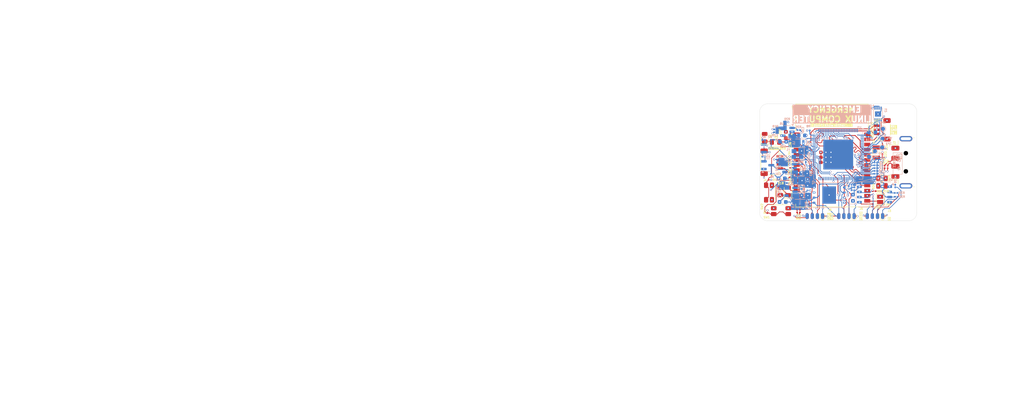
<source format=kicad_pcb>
(kicad_pcb (version 20240108) (generator "pcbnew") (generator_version "8.0")
  (title_block (title "Main Board") (date "2024-11-23") (rev "B"))
  (layers (0 "F.Cu" signal) (1 "In1.Cu" power "In1.Cu (GND)") (2 "In2.Cu" signal) (3 "In3.Cu" power "In3.Cu (3V3)") (4 "In4.Cu" power "In4.Cu (5V, 1,2V 1,5V)") (5 "In5.Cu" signal) (6 "In6.Cu" power "In6.Cu (GND)") (31 "B.Cu" signal) (34 "B.Paste" user) (35 "F.Paste" user) (36 "B.SilkS" user "B.Silkscreen") (37 "F.SilkS" user "F.Silkscreen") (38 "B.Mask" user) (39 "F.Mask" user) (44 "Edge.Cuts" user))
  (net 0 "")
  (net 1 "/SOC/W_CLK")
  (net 2 "VBUS")
  (net 3 "GND")
  (net 4 "+3V3")
  (net 5 "/WIRELESS/TCK")
  (net 6 "/SOC/W_CMD")
  (net 7 "/WIRELESS/TDI")
  (net 8 "LDO_3V0")
  (net 9 "/WIRELESS/TDO")
  (net 10 "/SOC/W_D1")
  (net 11 "/SOC/W_D3")
  (net 12 "/SOC/W_D0")
  (net 13 "/SOC/W_D2")
  (net 14 "/WIRELESS/TMS")
  (net 15 "/POWER SUPPLY/BUCK/FB")
  (net 16 "+1V2")
  (net 17 "/POWER SUPPLY/BUCK1/FB")
  (net 18 "+1V5")
  (net 19 "/POWER SUPPLY/BUCK2/FB")
  (net 20 "/SOC/SD_DET")
  (net 21 "LDO_2V5")
  (net 22 "LDO1X_OUT")
  (net 23 "/POWER SUPPLY/BUCK/LX")
  (net 24 "/POWER SUPPLY/BUCK1/LX")
  (net 25 "/POWER SUPPLY/BUCK2/LX")
  (net 26 "Net-(U6-EN)")
  (net 27 "Net-(U7-EN)")
  (net 28 "/UART_0_RX_DEBUG")
  (net 29 "/UART_0_TX_DEBUG")
  (net 30 "/WIRELESS/LED")
  (net 31 "/W_D_P")
  (net 32 "/D_N")
  (net 33 "/D_P")
  (net 34 "/SOC/~{CS}")
  (net 35 "/SOC/DI(IO0)")
  (net 36 "/SOC/CLK")
  (net 37 "/SOC/IO3")
  (net 38 "/SOC/IO2")
  (net 39 "/SOC/DO(IO1)")
  (net 40 "/SCL")
  (net 41 "/SDA")
  (net 42 "/SOC/0_D_P")
  (net 43 "/SOC/0_D_N")
  (net 44 "/SOC/1_D_P")
  (net 45 "/SOC/1_D_N")
  (net 46 "/RST")
  (net 47 "/W_D_N")
  (net 48 "/W_RX")
  (net 49 "Net-(D1-K)")
  (net 50 "/W_TX")
  (net 51 "/SCL_5V")
  (net 52 "/SDA_5V")
  (net 53 "/PF8")
  (net 54 "/SOC/PD6")
  (net 55 "/SOC/PD7")
  (net 56 "/SOC/PD8")
  (net 57 "/SOC/PD9")
  (net 58 "/SOC/PD10")
  (net 59 "Net-(U3C-PLL_XI)")
  (net 60 "Net-(U3C-PLL_XO)")
  (net 61 "Net-(U3C-RTC_XI)")
  (net 62 "Net-(U3C-RTC_XO)")
  (net 63 "Net-(D5-K)")
  (net 65 "Net-(JP1-B)")
  (net 66 "Net-(U3C-VCOIN_RTC)")
  (net 67 "Net-(U3A-PC2)")
  (net 68 "Net-(U8-EN)")
  (net 114 "/TF_CLK")
  (net 115 "/TF_CMD{slash}DI")
  (net 116 "/TF_2")
  (net 117 "/TF_1")
  (net 118 "/TF_0{slash}DO")
  (net 119 "/TF_3{slash}~{CS}")
  (net 122 "Net-(J3-Pin_7)")
  (net 123 "Net-(J3-Pin_2)")
  (net 124 "Net-(J3-Pin_8)")
  (net 125 "Net-(J3-Pin_6)")
  (net 126 "Net-(J3-Pin_3)")
  (net 127 "Net-(J3-Pin_5)")
  (net 128 "/WIRELESS/IO8")
  (footprint "SOICBite:SOIC_clipProgSmall" (layer "F.Cu") (at 95 81.296351)
    (property "Reference" "J6")
    (property "Value" "SOIC_Bite")
  )
  (footprint "Capacitor_SMD:C_0603_1608Metric" (layer "F.Cu") (at 87.8 60.416851 90)
    (property "Reference" "C27")
    (property "Value" "1u")
  )
  (footprint "Diode_SMD:D_SOD-923" (layer "F.Cu") (at 88.8 68.141851 -90)
    (property "Reference" "D3")
    (property "Value" "ESD9B5.0ST5G")
  )
  (footprint "Resistor_SMD:R_0805_2012Metric" (layer "F.Cu") (at 111.65 71.15)
    (property "Reference" "R28")
    (property "Value" "330R")
  )
  (footprint "Connector_JST:JST_SH_SM04B-SRSS-TB_1x04-1MP_P1.00mm_Horizontal" (layer "F.Cu") (at 84.3 67.191851 -90)
    (property "Reference" "J4")
    (property "Value" "SM04B-SRSS-TB")
  )
  (footprint "Resistor_SMD:R_0805_2012Metric" (layer "F.Cu") (at 111.65 73.05)
    (property "Reference" "R16")
    (property "Value" "10K")
  )
  (footprint "Resistor_SMD:R_0201_0603Metric" (layer "F.Cu") (at 109.7 74.35)
    (property "Reference" "R34")
    (property "Value" "0R")
  )
  (footprint "MountingHole:MountingHole_2.2mm_M2" (layer "F.Cu") (at 117.3 78.691851)
    (property "Reference" "H1" (hide yes))
    (property "Value" "MountingHole")
  )
  (footprint "Capacitor_SMD:C_0201_0603Metric" (layer "F.Cu") (at 111.75 65.641851 90)
    (property "Reference" "C23")
    (property "Value" "12p")
  )
  (footprint "Resistor_SMD:R_0201_0603Metric" (layer "F.Cu") (at 90.6 79.3 90)
    (property "Reference" "R14")
    (property "Value" "22R")
  )
  (footprint "Resistor_SMD:R_0201_0603Metric" (layer "F.Cu") (at 83.25 79.45 -90)
    (property "Reference" "R1")
    (property "Value" "10K")
  )
  (footprint "Diode_SMD:D_SOD-923" (layer "F.Cu") (at 88.725 66.166851 90)
    (property "Reference" "D4")
    (property "Value" "ESD9B5.0ST5G")
  )
  (footprint "Diode_SMD:D_SOD-923" (layer "F.Cu") (at 88.8 70.461851 -90)
    (property "Reference" "D2")
    (property "Value" "ESD9B5.0ST5G")
  )
  (footprint "Resistor_SMD:R_0805_2012Metric" (layer "F.Cu") (at 85.25 62.15)
    (property "Reference" "R5")
    (property "Value" "330R")
  )
  (footprint "SOICBite:SOIC_clipProgSmall" (layer "F.Cu") (at 109.905 81.291851)
    (property "Reference" "J3")
    (property "Value" "SOIC_Bite")
  )
  (footprint "Resistor_SMD:R_0805_2012Metric" (layer "F.Cu") (at 86.4 74.4 -90)
    (property "Reference" "R18")
    (property "Value" "330R")
  )
  (footprint "Jumper:SolderJumper-2_P1.3mm_Open_Pad1.0x1.5mm" (layer "F.Cu") (at 111.2 76.391851 -90)
    (property "Reference" "JP1")
    (property "Value" "Jumper_2_Open")
  )
  (footprint "MountingHole:MountingHole_2.2mm_M2" (layer "F.Cu") (at 84.3 55.691851)
    (property "Reference" "H3" (hide yes))
    (property "Value" "MountingHole")
  )
  (footprint "Library:XCVR_ESP32-C6-WROOM-1-N8" (layer "F.Cu") (at 99.25 65.511851)
    (property "Reference" "U5")
    (property "Value" "ESP32-C6-WROOM-1-N8")
  )
  (footprint "Resistor_SMD:R_0201_0603Metric" (layer "F.Cu") (at 83.85 71.55 180)
    (property "Reference" "R4")
    (property "Value" "10K")
  )
  (footprint "Resistor_SMD:R_0201_0603Metric" (layer "F.Cu") (at 112.3 68.345 90)
    (property "Reference" "R10")
    (property "Value" "22R")
  )
  (footprint "Resistor_SMD:R_0201_0603Metric" (layer "F.Cu") (at 113.05 68.35 90)
    (property "Reference" "R9")
    (property "Value" "22R")
  )
  (footprint "Resistor_SMD:R_0201_0603Metric" (layer "F.Cu") (at 109.45 75.55 90)
    (property "Reference" "R31")
    (property "Value" "0R")
  )
  (footprint "LED_SMD:LED_0805_2012Metric" (layer "F.Cu") (at 88.35 74.391851 90)
    (property "Reference" "D5")
    (property "Value" "YLED0805R")
  )
  (footprint "MountingHole:MountingHole_2.2mm_M2" (layer "F.Cu") (at 117.3 55.691851)
    (property "Reference" "H2" (hide yes))
    (property "Value" "MountingHole")
  )
  (footprint "Capacitor_SMD:C_0201_0603Metric" (layer "F.Cu") (at 88.9 61.191851 90)
    (property "Reference" "C26")
    (property "Value" "100n")
  )
  (footprint "Capacitor_SMD:C_0201_0603Metric" (layer "F.Cu") (at 111.8 63.491851 -90)
    (property "Reference" "C24")
    (property "Value" "12p")
  )
  (footprint "Crystal:Crystal_SMD_3215-2Pin_3.2x1.5mm" (layer "F.Cu") (at 110.25 64.791851 90)
    (property "Reference" "Y2")
    (property "Value" "Q13FC13500004")
  )
  (footprint "LED_SMD:LED_0805_2012Metric" (layer "F.Cu") (at 82.55 61.1 90)
    (property "Reference" "D1")
    (property "Value" "YLED0805R")
  )
  (footprint "Button_Switch_SMD:SW_SPST_EVQP7C" (layer "F.Cu") (at 86.6 79.316851)
    (property "Reference" "SW1")
    (property "Value" "EVQP7C01P")
  )
  (footprint "Button_Switch_SMD:SW_SPST_EVQP7C" (layer "F.Cu") (at 83.625 74.691851 -90)
    (property "Reference" "SW2")
    (property "Value" "EVQP7C01P")
  )
  (footprint "Resistor_SMD:R_0201_0603Metric" (layer "F.Cu") (at 109.4 77.88 90)
    (property "Reference" "R32")
    (property "Value" "0R")
  )
  (footprint "Connector_USB:USB_A_Molex_48037-2200_Horizontal" (layer "F.Cu") (at 125.95 67.191851)
    (property "Reference" "J2")
    (property "Value" "480372200")
  )
  (footprint "Connector_JST:JST_SH_BM03B-SRSS-TB_1x03-1MP_P1.00mm_Vertical" (layer "F.Cu") (at 111.7 59.141851 -90)
    (property "Reference" "J1")
    (property "Value" "BM03B-SRSS-TB")
  )
  (footprint "Resistor_SMD:R_0201_0603Metric" (layer "F.Cu") (at 91.3 79.3 90)
    (property "Reference" "R15")
    (property "Value" "22R")
  )
  (footprint "SOICBite:SOIC_clipProgSmall" (layer "F.Cu") (at 102.835 81.291851)
    (property "Reference" "J5")
    (property "Value" "SOIC_Bite")
  )
  (footprint "Resistor_SMD:R_0201_0603Metric" (layer "B.Cu") (at 85.93 66.491851)
    (property "Reference" "R21")
    (property "Value" "510K")
  )
  (footprint "Capacitor_SMD:C_0603_1608Metric" (layer "B.Cu") (at 92.4875 75.441851 180)
    (property "Reference" "C36")
    (property "Value" "10u")
  )
  (footprint "Package_DFN_QFN:ArtInChip_QFN-100-1EP_12x12mm_P0.4mm_EP7.4x7.4mm" (layer "B.Cu") (at 100.8 65.281851 180)
    (property "Reference" "U3")
    (property "Value" "D211DCV")
  )
  (footprint "Capacitor_SMD:C_0201_0603Metric" (layer "B.Cu") (at 93.445 68.091851 180)
    (property "Reference" "C14")
    (property "Value" "100n")
  )
  (footprint "Package_TO_SOT_SMD:SOT-23-5" (layer "B.Cu") (at 88.7125 68.641851 180)
    (property "Reference" "U7")
    (property "Value" "SY8088IAAC")
  )
  (footprint "Resistor_SMD:R_0201_0603Metric" (layer "B.Cu") (at 82.3 61.666851)
    (property "Reference" "R2")
    (property "Value" "10K")
  )
  (footprint "Resistor_SMD:R_0201_0603Metric" (layer "B.Cu") (at 88.05 57.241851)
    (property "Reference" "R20")
    (property "Value" "100K")
  )
  (footprint "Capacitor_SMD:C_0603_1608Metric" (layer "B.Cu") (at 87.125 62.091851)
    (property "Reference" "C28")
    (property "Value" "10u")
  )
  (footprint "Inductor_SMD:L_Murata_DFE201610P" (layer "B.Cu") (at 91.1 71.741851)
    (property "Reference" "L2")
    (property "Value" "IMTF201610S2R2MCTB")
  )
  (footprint "Resistor_SMD:R_0201_0603Metric" (layer "B.Cu") (at 87.6675 72.341851)
    (property "Reference" "R24")
    (property "Value" "100K")
  )
  (footprint "Resistor_SMD:R_0201_0603Metric" (layer "B.Cu") (at 84.45 70.1 180)
    (property "Reference" "R6")
    (property "Value" "10K")
  )
  (footprint "Package_TO_SOT_SMD:SOT-23-5" (layer "B.Cu") (at 88.2 59.629351 180)
    (property "Reference" "U6")
    (property "Value" "SY8088IAAC")
  )
  (footprint "Capacitor_SMD:C_0201_0603Metric" (layer "B.Cu") (at 110.5 66.491851)
    (property "Reference" "C9")
    (property "Value" "100n")
  )
  (footprint "Capacitor_SMD:C_0201_0603Metric" (layer "B.Cu") (at 110.13 69.341851)
    (property "Reference" "C20")
    (property "Value" "100n")
  )
  (footprint "Capacitor_SMD:C_0603_1608Metric" (layer "B.Cu") (at 87.0125 77.041851)
    (property "Reference" "C34")
    (property "Value" "10u")
  )
  (footprint "Resistor_SMD:R_0201_0603Metric" (layer "B.Cu") (at 115.15 74.8)
    (property "Reference" "R33")
    (property "Value" "0R")
  )
  (footprint "Package_LGA:LGA-8_8x6mm_P1.27mm" (layer "B.Cu") (at 109.8025 75.181851 180)
    (property "Reference" "U1")
    (property "Value" "ZDSD32GLGEAG")
  )
  (footprint "TestPoint:TestPoint_Pad_D1.0mm" (layer "B.Cu") (at 111.7 63.491851 180)
    (property "Reference" "TP3")
    (property "Value" "TestPoint_Small")
  )
  (footprint "TestPoint:TestPoint_Pad_D1.0mm" (layer "B.Cu") (at 111.9 58.891851 180)
    (property "Reference" "TP5")
    (property "Value" "TestPoint_Small")
  )
  (footprint "Package_DFN_QFN:DFN-8-1EP_3x2mm_P0.5mm_EP1.3x1.5mm" (layer "B.Cu") (at 110.675 55.216851 -90)
    (property "Reference" "U2")
    (property "Value" "AT24CS02-MAHM")
  )
  (footprint "Resistor_SMD:R_0201_0603Metric" (layer "B.Cu") (at 115.2 75.75 180)
    (property "Reference" "R30")
    (property "Value" "0R")
  )
  (footprint "Resistor_SMD:R_0201_0603Metric" (layer "B.Cu") (at 107.8 67.55 -90)
    (property "Reference" "R17")
    (property "Value" "22R")
  )
  (footprint "Capacitor_SMD:C_0603_1608Metric" (layer "B.Cu") (at 108.95 71.191851)
    (property "Reference" "C17")
    (property "Value" "10u")
  )
  (footprint "Capacitor_SMD:C_0603_1608Metric" (layer "B.Cu") (at 91.75 60.541851 180)
    (property "Reference" "C30")
    (property "Value" "10u")
  )
  (footprint "Capacitor_SMD:C_0201_0603Metric" (layer "B.Cu") (at 108.35 60.891851)
    (property "Reference" "C16")
    (property "Value" "100n")
  )
  (footprint "Resistor_SMD:R_0201_0603Metric" (layer "B.Cu") (at 91.8 73.491851 -90)
    (property "Reference" "R27")
    (property "Value" "10K")
  )
  (footprint "Capacitor_SMD:C_0201_0603Metric" (layer "B.Cu") (at 104.1 73.091851 -90)
    (property "Reference" "C13")
    (property "Value" "100n")
  )
  (footprint "Inductor_SMD:L_Murata_DFE201610P" (layer "B.Cu") (at 91.425 62.491851)
    (property "Reference" "L1")
    (property "Value" "IMTF201610S2R2MCTB")
  )
  (footprint "Capacitor_SMD:C_0603_1608Metric" (layer "B.Cu") (at 93.2 72.191851 90)
    (property "Reference" "C7")
    (property "Value" "10u")
  )
  (footprint "Package_SON:WSON-8-1EP_8x6mm_P1.27mm_EP3.4x4.3mm" (layer "B.Cu") (at 98.55 75.326851 180)
    (property "Reference" "U4" (hide yes))
    (property "Value" "W25Q128JVE")
  )
  (footprint "TestPoint:TestPoint_Pad_D1.0mm" (layer "B.Cu") (at 108.45 65.85 180)
    (property "Reference" "TP1")
    (property "Value" "TestPoint_Small")
  )
  (footprint "Package_TO_SOT_SMD:SOT-23" (layer "B.Cu") (at 83.2625 63.716851)
    (property "Reference" "Q1")
    (property "Value" "BSS138")
  )
  (footprint "Capacitor_SMD:C_0603_1608Metric" (layer "B.Cu") (at 92.3 69.941851 180)
    (property "Reference" "C33")
    (property "Value" "10u")
  )
  (footprint "Capacitor_SMD:C_0201_0603Metric" (layer "B.Cu") (at 110.13 68.641851)
    (property "Reference" "C4")
    (property "Value" "100n")
  )
  (footprint "Capacitor_SMD:C_0201_0603Metric" (layer "B.Cu") (at 93.4 63.55 180)
    (property "Reference" "C6")
    (property "Value" "100n")
  )
  (footprint "Capacitor_SMD:C_0201_0603Metric" (layer "B.Cu") (at 110.13 67.241851)
    (property "Reference" "C8")
    (property "Value" "100n")
  )
  (footprint "Resistor_SMD:R_0201_0603Metric" (layer "B.Cu") (at 103.25 75.05 90)
    (property "Reference" "R11")
    (property "Value" "10K")
  )
  (footprint "TestPoint:TestPoint_Pad_D1.0mm" (layer "B.Cu") (at 109.9 64.45 180)
    (property "Reference" "TP2")
    (property "Value" "TestPoint_Small")
  )
  (footprint "Capacitor_SMD:C_0603_1608Metric" (layer "B.Cu") (at 109.2 59.791851)
    (property "Reference" "C11")
    (property "Value" "10u")
  )
  (footprint "Capacitor_SMD:C_0201_0603Metric" (layer "B.Cu") (at 92.75 66.8 90)
    (property "Reference" "C22")
    (property "Value" "12p")
  )
  (footprint "Capacitor_SMD:C_0201_0603Metric" (layer "B.Cu") (at 110.105 57.691851)
    (property "Reference" "C3")
    (property "Value" "100n")
  )
  (footprint "Capacitor_SMD:C_0603_1608Metric" (layer "B.Cu") (at 86.775 71.191851)
    (property "Reference" "C31")
    (property "Value" "10u")
  )
  (footprint "Resistor_SMD:R_0201_0603Metric" (layer "B.Cu") (at 93.5 76.641851)
    (property "Reference" "R13")
    (property "Value" "10K")
  )
  (footprint "Capacitor_SMD:C_0201_0603Metric" (layer "B.Cu") (at 92.75 65.32 90)
    (property "Reference" "C21")
    (property "Value" "12p")
  )
  (footprint "Resistor_SMD:R_0201_0603Metric" (layer "B.Cu") (at 91 59.191851 180)
    (property "Reference" "R25")
    (property "Value" "10K")
  )
  (footprint "Capacitor_SMD:C_0201_0603Metric" (layer "B.Cu") (at 93.45 68.791851 180)
    (property "Reference" "C15")
    (property "Value" "100n")
  )
  (footprint "Capacitor_SMD:C_0201_0603Metric" (layer "B.Cu") (at 86.1675 73.141851)
    (property "Reference" "C35")
    (property "Value" "18p")
  )
  (footprint "Package_TO_SOT_SMD:SOT-23" (layer "B.Cu") (at 83.25 67.9125)
    (property "Reference" "Q2")
    (property "Value" "BSS138")
  )
  (footprint "Capacitor_SMD:C_0603_1608Metric" (layer "B.Cu") (at 104.45 75.991851 -90)
    (property "Reference" "C2")
    (property "Value" "1u")
  )
  (footprint "Resistor_SMD:R_0201_0603Metric" (layer "B.Cu") (at 93.4 59.3 180)
    (property "Reference" "R8")
    (property "Value" "10K")
  )
  (footprint "Capacitor_SMD:C_0201_0603Metric" (layer "B.Cu") (at 93.4 64.25 180)
    (property "Reference" "C10")
    (property "Value" "100n")
  )
  (footprint "Capacitor_SMD:C_0201_0603Metric" (layer "B.Cu") (at 85.93 67.291851)
    (property "Reference" "C32")
    (property "Value" "18p")
  )
  (footprint "Resistor_SMD:R_0201_0603Metric" (layer "B.Cu") (at 91.52 67.691851 180)
    (property "Reference" "R26")
    (property "Value" "10K")
  )
  (footprint "Resistor_SMD:R_0201_0603Metric" (layer "B.Cu") (at 84.4875 61.616851 180)
    (property "Reference" "R7")
    (property "Value" "10K")
  )
  (footprint "Package_TO_SOT_SMD:SOT-23-5" (layer "B.Cu") (at 88.95 74.491851 180)
    (property "Reference" "U8")
    (property "Value" "SY8088IAAC")
  )
  (footprint "Inductor_SMD:L_Murata_DFE201610P" (layer "B.Cu") (at 91.3125 77.441851)
    (property "Reference" "L3")
    (property "Value" "IMTF201610S2R2MCTB")
  )
  (footprint "Resistor_SMD:R_0201_0603Metric" (layer "B.Cu") (at 87.43 66.491851)
    (property "Reference" "R22")
    (property "Value" "110K")
  )
  (footprint "Capacitor_SMD:C_0201_0603Metric" (layer "B.Cu") (at 104.8 73.091851 -90)
    (property "Reference" "C18")
    (property "Value" "100n")
  )
  (footprint "Capacitor_SMD:C_0201_0603Metric" (layer "B.Cu") (at 85.25 59.741851)
    (property "Reference" "C29")
    (property "Value" "18p")
  )
  (footprint "Resistor_SMD:R_0201_0603Metric" (layer "B.Cu") (at 85.25 59.041851)
    (property "Reference" "R19")
    (property "Value" "100K")
  )
  (footprint "Capacitor_SMD:C_0201_0603Metric" (layer "B.Cu") (at 110.13 70.041851)
    (property "Reference" "C12")
    (property "Value" "100n")
  )
  (footprint "Resistor_SMD:R_0201_0603Metric" (layer "B.Cu") (at 114.95 73.08 90)
    (property "Reference" "R29")
    (property "Value" "0R")
  )
  (footprint "Capacitor_SMD:C_0201_0603Metric" (layer "B.Cu") (at 110.13 67.941851)
    (property "Reference" "C5")
    (property "Value" "100n")
  )
  (footprint "Capacitor_SMD:C_0201_0603Metric" (layer "B.Cu") (at 104.45 74.141851 180)
    (property "Reference" "C1")
    (property "Value" "100n")
  )
  (footprint "Capacitor_SMD:C_0201_0603Metric" (layer "B.Cu") (at 93.5 74.191851 180)
    (property "Reference" "C25")
    (property "Value" "100n")
  )
  (footprint "Capacitor_SMD:C_0201_0603Metric" (layer "B.Cu") (at 103.4 73.45 -90)
    (property "Reference" "C19")
    (property "Value" "100n")
  )
  (footprint "Crystal:Crystal_SMD_2520-4Pin_2.5x2.0mm" (layer "B.Cu") (at 90.7 65.15 180)
    (property "Reference" "Y1")
    (property "Value" "RQ24000242")
  )
  (footprint "Resistor_SMD:R_0201_0603Metric" (layer "B.Cu") (at 82.3 65.8)
    (property "Reference" "R3")
    (property "Value" "10K")
  )
  (footprint "TestPoint:TestPoint_Pad_D1.0mm" (layer "B.Cu") (at 111.75 61.341851 180)
    (property "Reference" "TP4")
    (property "Value" "TestPoint_Small")
  )
  (footprint "Resistor_SMD:R_0201_0603Metric" (layer "B.Cu") (at 86.1675 72.341851)
    (property "Reference" "R23")
    (property "Value" "150K")
  )
  (footprint "Resistor_SMD:R_0201_0603Metric" (layer "B.Cu") (at 93.85 77.741851 90)
    (property "Reference" "R12")
    (property "Value" "10K")
  )
  (gr_line (start 114.4 70.175) (end 105.25 72.2) (stroke (width 0.1)) (layer "B.SilkS"))
  (gr_rect (start 102.95 72.2) (end 105.25 77.55) (stroke (width 0.1)) (fill none) (layer "B.SilkS"))
  (gr_rect (start 114.4 64.825) (end 116.7 70.175) (stroke (width 0.1)) (fill none) (layer "B.SilkS"))
  (gr_arc (start 81.3 54.691851) (mid 81.885786 53.277637) (end 83.3 52.691851) (stroke (width 0.05)) (layer "Edge.Cuts"))
  (gr_line (start 120.3 54.691851) (end 120.3 79.691851) (stroke (width 0.05)) (layer "Edge.Cuts"))
  (gr_arc (start 83.3 81.691851) (mid 81.885786 81.106065) (end 81.3 79.691851) (stroke (width 0.05)) (layer "Edge.Cuts"))
  (gr_line (start 83.3 52.691851) (end 118.3 52.691851) (stroke (width 0.05)) (layer "Edge.Cuts"))
  (gr_arc (start 120.3 79.691851) (mid 119.714214 81.106065) (end 118.3 81.691851) (stroke (width 0.05)) (layer "Edge.Cuts"))
  (gr_arc (start 118.3 52.691851) (mid 119.714214 53.277637) (end 120.3 54.691851) (stroke (width 0.05)) (layer "Edge.Cuts"))
  (gr_line (start 118.3 81.691851) (end 83.3 81.691851) (stroke (width 0.05)) (layer "Edge.Cuts"))
  (gr_line (start 81.3 79.691851) (end 81.3 54.691851) (stroke (width 0.05)) (layer "Edge.Cuts"))
  (gr_text "EMERGENCY \nLINUX COMPUTER" (at 99.3 57.391851 0) (layer "B.SilkS" knockout) (effects (font (size 1.5 1.5) (thickness 0.375) (bold yes)) (justify bottom mirror)))
  (gr_text "ESP\nJTAG" (at 99.55 81.55 90) (layer "F.SilkS" knockout) (effects (font (size 0.5 0.5) (thickness 0.125) (bold yes)) (justify left bottom)))
  (gr_text "TERMINAL" (at 109.55 60.95 90) (layer "F.SilkS" knockout) (effects (font (size 0.5 0.5) (thickness 0.125) (bold yes)) (justify left bottom)))
  (gr_text "TF" (at 113.75 81.7 90) (layer "F.SilkS" knockout) (effects (font (size 0.5 0.5) (thickness 0.125) (bold yes)) (justify left bottom)))
  (gr_text "You're probably asking \nhow I managed to fit \nall that stuff \ninto such tiny board...\nI don't know either." (at 93.85 58.35 0) (layer "F.SilkS" knockout) (effects (font (size 0.6 0.6) (thickness 0.125) (bold yes)) (justify left bottom)))
  (gr_text "RX\nGND\nTX" (at 113.75 59.15 0) (layer "F.SilkS" knockout) (effects (font (size 0.5 0.5) (thickness 0.125) (bold yes)) (justify left)))
  (gr_text "STEMMA QT" (at 83.5 63.95 0) (layer "F.SilkS" knockout) (effects (font (size 0.5 0.5) (thickness 0.1)) (justify left bottom)))
  (gr_text "FLASH\n" (at 106.75 81.75 90) (layer "F.SilkS" knockout) (effects (font (size 0.5 0.5) (thickness 0.125) (bold yes)) (justify left bottom)))
  (via (at 108 74.221851) (size 0.45) (drill 0.3) (layers "F.Cu" "B.Cu") (net 1))
  (via (at 97.325592 61.156181) (size 0.45) (drill 0.3) (layers "F.Cu" "B.Cu") (net 1))
  (segment (start 97.325592 60.924408) (end 97.6 60.65) (width 0.16) (layer "B.Cu") (net 1))
  (segment (start 97.325592 61.156181) (end 97.325592 60.924408) (width 0.16) (layer "B.Cu") (net 1))
  (segment (start 97.6 60.65) (end 97.6 59.331851) (width 0.16) (layer "B.Cu") (net 1))
  (segment (start 87.582537 67.016851) (end 87.257537 66.691851) (width 0.2) (layer "F.Cu") (net 2))
  (segment (start 87.257537 66.691851) (end 86.3 66.691851) (width 0.2) (layer "F.Cu") (net 2))
  (segment (start 88.725 66.586851) (end 88.295 67.016851) (width 0.2) (layer "F.Cu") (net 2))
  (segment (start 88.725 66.586851) (end 89.086851 66.586851) (width 0.2) (layer "F.Cu") (net 2))
  (segment (start 89.086851 66.586851) (end 89.3 66.8) (width 0.2) (layer "F.Cu") (net 2))
  (segment (start 88.295 67.016851) (end 87.582537 67.016851) (width 0.2) (layer "F.Cu") (net 2))
  (via (at 86 71.191851) (size 0.45) (drill 0.3) (layers "F.Cu" "B.Cu") (net 2))
  (via (at 87.1 62.8) (size 0.45) (drill 0.3) (layers "F.Cu" "B.Cu") (net 2))
  (via (at 89.05 76.35) (size 0.45) (drill 0.3) (layers "F.Cu" "B.Cu") (net 2))
  (via (at 87.9 70.1) (size 0.45) (drill 0.3) (layers "F.Cu" "B.Cu") (net 2))
  (via (at 86.2375 77.041851) (size 0.45) (drill 0.3) (layers "F.Cu" "B.Cu") (net 2))
  (via (at 84.8 70.1) (size 0.45) (drill 0.3) (layers "F.Cu" "B.Cu") (net 2))
  (via (at 86.7 60.6) (size 0.45) (drill 0.3) (layers "F.Cu" "B.Cu") (net 2))
  (via (at 91.713576 59.89053) (size 0.45) (drill 0.3) (layers "F.Cu" "B.Cu") (net 2))
  (via (at 89.3 66.8) (size 0.45) (drill 0.3) (layers "F.Cu" "B.Cu") (net 2))
  (via (at 114.975 63.691851) (size 0.45) (drill 0.3) (layers "F.Cu" "B.Cu") (net 2))
  (segment (start 88.141851 75.441851) (end 89.05 76.35) (width 0.2) (layer "B.Cu") (net 2))
  (segment (start 86.2375 77.016851) (end 87.8125 75.441851) (width 0.2) (layer "B.Cu") (net 2))
  (segment (start 91.84 67.533395) (end 91.398456 67.091851) (width 0.2) (layer "B.Cu") (net 2))
  (segment (start 86.35 62.091851) (end 86.391851 62.091851) (width 0.2) (layer "B.Cu") (net 2))
  (segment (start 91.713576 59.89053) (end 91.713576 59.585427) (width 0.2) (layer "B.Cu") (net 2))
  (segment (start 87.0625 60.579351) (end 86.720649 60.579351) (width 0.2) (layer "B.Cu") (net 2))
  (segment (start 91.84 67.691851) (end 91.84 67.533395) (width 0.2) (layer "B.Cu") (net 2))
  (segment (start 87.575 69.591851) (end 86 71.166851) (width 0.2) (layer "B.Cu") (net 2))
  (segment (start 85.875 61.616851) (end 86.35 62.091851) (width 0.2) (layer "B.Cu") (net 2))
  (segment (start 84.8075 61.616851) (end 85.875 61.616851) (width 0.2) (layer "B.Cu") (net 2))
  (segment (start 86.720649 60.579351) (end 86.7 60.6) (width 0.2) (layer "B.Cu") (net 2))
  (segment (start 89.591851 67.091851) (end 89.3 66.8) (width 0.2) (layer "B.Cu") (net 2))
  (segment (start 87.575 69.775) (end 87.9 70.1) (width 0.2) (layer "B.Cu") (net 2))
  (segment (start 87.575 69.591851) (end 87.575 69.775) (width 0.2) (layer "B.Cu") (net 2))
  (segment (start 86 71.191851) (end 85.891851 71.191851) (width 0.2) (layer "B.Cu") (net 2))
  (segment (start 91.713576 59.585427) (end 91.32 59.191851) (width 0.2) (layer "B.Cu") (net 2))
  (segment (start 86 71.166851) (end 86 71.191851) (width 0.2) (layer "B.Cu") (net 2))
  (segment (start 86.2375 77.041851) (end 86.2375 77.016851) (width 0.2) (layer "B.Cu") (net 2))
  (segment (start 84.77 70.1) (end 84.8 70.1) (width 0.2) (layer "B.Cu") (net 2))
  (segment (start 87.8125 75.441851) (end 88.141851 75.441851) (width 0.2) (layer "B.Cu") (net 2))
  (segment (start 85.891851 71.191851) (end 84.8 70.1) (width 0.2) (layer "B.Cu") (net 2))
  (segment (start 91.398456 67.091851) (end 89.591851 67.091851) (width 0.2) (layer "B.Cu") (net 2))
  (segment (start 86.391851 62.091851) (end 87.1 62.8) (width 0.2) (layer "B.Cu") (net 2))
  (segment (start 108 80.541851) (end 107.341851 80.541851) (width 0.16) (layer "F.Cu") (net 3))
  (segment (start 111.75 65.321851) (end 111.75 64.7) (width 0.2) (layer "F.Cu") (net 3))
  (segment (start 82.425 69.991851) (end 82.425 70.966851) (width 0.2) (layer "F.Cu") (net 3))
  (segment (start 109.201123 60.922974) (end 108.53 60.251851) (width 0.2) (layer "F.Cu") (net 3))
  (segment (start 98.995 67.221851) (end 98.995 65.95) (width 0.16) (layer "F.Cu") (net 3))
  (segment (start 82.425 63.516851) (end 82.4 63.491851) (width 0.2) (layer "F.Cu") (net 3))
  (segment (start 97.745 64.721851) (end 97.745 65.95) (width 0.16) (layer "F.Cu") (net 3))
  (segment (start 99.291851 80.541851) (end 100.93 80.541851) (width 0.2) (layer "F.Cu") (net 3))
  (segment (start 96.495 67.221851) (end 98.995 67.221851) (width 0.16) (layer "F.Cu") (net 3))
  (segment (start 98.995 65.971851) (end 96.495 65.971851) (width 0.16) (layer "F.Cu") (net 3))
  (segment (start 107.341851 80.541851) (end 107.15 80.35) (width 0.16) (layer "F.Cu") (net 3))
  (segment (start 97.745 65.95) (end 97.745 67.2) (width 0.16) (layer "F.Cu") (net 3))
  (segment (start 111.8 63.171851) (end 111.8 62.435865) (width 0.2) (layer "F.Cu") (net 3))
  (segment (start 88.9 60.066851) (end 89.3375 59.629351) (width 0.2) (layer "F.Cu") (net 3))
  (segment (start 87.841851 62.15) (end 87.9 62.091851) (width 0.2) (layer "F.Cu") (net 3))
  (segment (start 96.495 64.721851) (end 96.495 67.221851) (width 0.16) (layer "F.Cu") (net 3))
  (segment (start 82.425 64.391851) (end 82.425 63.516851) (width 0.2) (layer "F.Cu") (net 3))
  (segment (start 89.171133 68.561851) (end 89.324998 68.715716) (width 0.2) (layer "F.Cu") (net 3))
  (segment (start 111.8 62.435865) (end 111.622104 62.257969) (width 0.2) (layer "F.Cu") (net 3))
  (segment (start 92.702087 80.939264) (end 90.390822 80.939264) (width 0.16) (layer "F.Cu") (net 3))
  (segment (start 90.028442 80.628442) (end 89.9 80.5) (width 0.16) (layer "F.Cu") (net 3))
  (segment (start 93.095 80.546351) (end 92.702087 80.939264) (width 0.16) (layer "F.Cu") (net 3))
  (segment (start 97.745 67.2) (end 97.745 67.221851) (width 0.16) (layer "F.Cu") (net 3))
  (segment (start 98.995 64.721851) (end 97.75 64.721851) (width 0.16) (layer "F.Cu") (net 3))
  (segment (start 88.8 70.881851) (end 88.71 70.881851) (width 0.2) (layer "F.Cu") (net 3))
  (segment (start 88.9 60.871851) (end 88.9 60.066851) (width 0.2) (layer "F.Cu") (net 3))
  (segment (start 86.1625 62.15) (end 87.841851 62.15) (width 0.2) (layer "F.Cu") (net 3))
  (segment (start 88.8 68.561851) (end 89.171133 68.561851) (width 0.2) (layer "F.Cu") (net 3))
  (segment (start 97.75 64.721851) (end 96.495 64.721851) (width 0.16) (layer "F.Cu") (net 3))
  (segment (start 98.995 65.95) (end 98.995 64.721851) (width 0.16) (layer "F.Cu") (net 3))
  (segment (start 90.390822 80.939264) (end 90.08 80.628442) (width 0.16) (layer "F.Cu") (net 3))
  (segment (start 109.201123 61.186945) (end 109.201123 60.922974) (width 0.2) (layer "F.Cu") (net 3))
  (segment (start 99.25 80.5) (end 99.291851 80.541851) (width 0.2) (layer "F.Cu") (net 3))
  (segment (start 82.425 70.966851) (end 82.4 70.991851) (width 0.2) (layer "F.Cu") (net 3))
  (segment (start 88.71 70.881851) (end 88.3 71.291851) (width 0.2) (layer "F.Cu") (net 3))
  (segment (start 90.08 80.628442) (end 90.028442 80.628442) (width 0.16) (layer "F.Cu") (net 3))
  (segment (start 86.4 75.611851) (end 86.35 75.661851) (width 0.2) (layer "F.Cu") (net 3))
  (segment (start 108.53 60.251851) (end 108 60.251851) (width 0.2) (layer "F.Cu") (net 3))
  (via (at 104.45 76.766851) (size 0.45) (drill 0.3) (layers "F.Cu" "B.Cu") (net 3))
  (via (at 89.3375 59.629351) (size 0.45) (drill 0.3) (layers "F.Cu" "B.Cu") (net 3))
  (via (at 93.1 68.791851) (size 0.45) (drill 0.3) (layers "F.Cu" "B.Cu") (net 3))
  (via (at 102.3 77.231851) (size 0.45) (drill 0.3) (layers "F.Cu" "B.Cu") (net 3))
  (via (at 84.345 76.491851) (size 0.45) (drill 0.3) (layers "F.Cu" "B.Cu") (net 3))
  (via (at 107.15 80.35) (size 0.45) (drill 0.3) (layers "F.Cu" "B.Cu") (net 3))
  (via (at 98.995 67.221851) (size 0.45) (drill 0.3) (layers "F.Cu" "B.Cu") (net 3))
  (via (at 91.7125 75.4) (size 0.45) (drill 0.3) (layers "F.Cu" "B.Cu") (net 3))
  (via (at 87.9 62.091851) (size 0.45) (drill 0.3) (layers "F.Cu" "B.Cu") (net 3))
  (via (at 111 69.991851) (size 0.45) (drill 0.3) (layers "F.Cu" "B.Cu") (net 3))
  (via (at 112.5625 71.15) (size 0.45) (drill 0.3) (layers "F.Cu" "B.Cu") (net 3))
  (via (at 112.9 61.441851) (size 0.45) (drill 0.3) (layers "F.Cu" "B.Cu") (net 3))
  (via (at 98.995 65.95) (size 0.45) (drill 0.3) (layers "F.Cu" "B.Cu") (net 3))
  (via (at 91.695 69.75) (size 0.45) (drill 0.3) (layers "F.Cu" "B.Cu") (net 3))
  (via (at 110.675 55.216851) (size 0.45) (drill 0.3) (layers "F.Cu" "B.Cu") (net 3))
  (via (at 111.1 68.091851) (size 0.45) (drill 0.3) (layers "F.Cu" "B.Cu") (net 3))
  (via (at 93.11 68.063949) (size 0.45) (drill 0.3) (layers "F.Cu" "B.Cu") (net 3))
  (via (at 97.745 65.95) (size 0.45) (drill 0.3) (layers "F.Cu" "B.Cu") (net 3))
  (via (at 86.4 75.3125) (size 0.45) (drill 0.3) (layers "F.Cu" "B.Cu") (net 3))
  (via (at 91.699999 64.391852) (size 0.45) (drill 0.3) (layers "F.Cu" "B.Cu") (net 3))
  (via (at 113.5525 77.086851) (size 0.45) (drill 0.3) (layers "F.Cu" "B.Cu") (net 3))
  (via (at 88.3 71.291851) (size 0.45) (drill 0.3) (layers "F.Cu" "B.Cu") (net 3))
  (via (at 98.995 64.721851) (size 0.45) (drill 0.3) (layers "F.Cu" "B.Cu") (net 3))
  (via (at 96.495 64.721851) (size 0.45) (drill 0.3) (layers "F.Cu" "B.Cu") (net 3))
  (via (at 89.9 80.5) (size 0.45) (drill 0.3) (layers "F.Cu" "B.Cu") (net 3))
  (via (at 87.8 59.641851) (size 0.45) (drill 0.3) (layers "F.Cu" "B.Cu") (net 3))
  (via (at 89.324998 68.715716) (size 0.45) (drill 0.3) (layers "F.Cu" "B.Cu") (net 3))
  (via (at 111.75 64.7) (size 0.45) (drill 0.3) (layers "F.Cu" "B.Cu") (net 3))
  (via (at 84.345 72.891851) (size 0.45) (drill 0.3) (layers "F.Cu" "B.Cu") (net 3))
  (via (at 97.75 64.721851) (size 0.45) (drill 0.3) (layers "F.Cu" "B.Cu") (net 3))
  (via (at 98.55 75.326851) (size 0.45) (drill 0.3) (layers "F.Cu" "B.Cu") (net 3))
  (via (at 103.399861 73.785) (size 0.45) (drill 0.3) (layers "F.Cu" "B.Cu") (net 3))
  (via (at 111.2 75.741851) (size 0.45) (drill 0.3) (layers "F.Cu" "B.Cu") (net 3))
  (via (at 111 68.691851) (size 0.45) (drill 0.3) (layers "F.Cu" "B.Cu") (net 3))
  (via (at 93.065 64.249861) (size 0.45) (drill 0.3) (layers "F.Cu" "B.Cu") (net 3))
  (via (at 87.8 66.491851) (size 0.45) (drill 0.3) (layers "F.Cu" "B.Cu") (net 3))
  (via (at 114.975 70.691851) (size 0.45) (drill 0.3) (layers "F.Cu" "B.Cu") (net 3))
  (via (at 109.201123 61.186945) (size 0.45) (drill 0.3) (layers "F.Cu" "B.Cu") (net 3))
  (via (at 97.745 67.2) (size 0.45) (drill 0.3) (layers "F.Cu" "B.Cu") (net 3))
  (via (at 99.25 80.5) (size 0.45) (drill 0.3) (layers "F.Cu" "B.Cu") (net 3))
  (via (at 88.4 78.596851) (size 0.45) (drill 0.3) (layers "F.Cu" "B.Cu") (net 3))
  (via (at 111.622104 62.257969) (size 0.45) (drill 0.3) (layers "F.Cu" "B.Cu") (net 3))
  (via (at 82.4 70.991851) (size 0.45) (drill 0.3) (layers "F.Cu" "B.Cu") (net 3))
  (via (at 111.514436 66.760513) (size 0.45) (drill 0.3) (layers "F.Cu" "B.Cu") (net 3))
  (via (at 84.8 78.596851) (size 0.45) (drill 0.3) (layers "F.Cu" "B.Cu") (net 3))
  (via (at 112.9 56.841851) (size 0.45) (drill 0.3) (layers "F.Cu" "B.Cu") (net 3))
  (via (at 93.2 71.416851) (size 0.45) (drill 0.3) (layers "F.Cu" "B.Cu") (net 3))
  (via (at 110.9 69.391851) (size 0.45) (drill 0.3) (layers "F.Cu" "B.Cu") (net 3))
  (via (at 109.725 71.191851) (size 0.45) (drill 0.3) (layers "F.Cu" "B.Cu") (net 3))
  (via (at 90.5 60.251851) (size 0.45) (drill 0.3) (layers "F.Cu" "B.Cu") (net 3))
  (via (at 88.4 57.25) (size 0.45) (drill 0.3) (layers "F.Cu" "B.Cu") (net 3))
  (via (at 88.725 65.746851) (size 0.45) (drill 0.3) (layers "F.Cu" "B.Cu") (net 3))
  (via (at 88.95 72.45) (size 0.45) (drill 0.3) (layers "F.Cu" "B.Cu") (net 3))
  (via (at 110.375 59.141851) (size 0.45) (drill 0.3) (layers "F.Cu" "B.Cu") (net 3))
  (via (at 91.7 74.491851) (size 0.45) (drill 0.3) (layers "F.Cu" "B.Cu") (net 3))
  (via (at 111.1 67.391851) (size 0.45) (drill 0.3) (layers "F.Cu" "B.Cu") (net 3))
  (via (at 86.3 65.691851) (size 0.45) (drill 0.3) (layers "F.Cu" "B.Cu") (net 3))
  (via (at 82.4 63.491851) (size 0.45) (drill 0.3) (layers "F.Cu" "B.Cu") (net 3))
  (via (at 89.2 77.391851) (size 0.45) (drill 0.3) (layers "F.Cu" "B.Cu") (net 3))
  (segment (start 110.85 69.341851) (end 110.9 69.391851) (width 0.2) (layer "B.Cu") (net 3))
  (segment (start 104.15 73.411851) (end 103.791851 73.77) (width 0.2) (layer "B.Cu") (net 3))
  (segment (start 110.425 57.691851) (end 110.425 59.091851) (width 0.16) (layer "B.Cu") (net 3))
  (segment (start 93.065139 64.25) (end 93.065 64.249861) (width 0.16) (layer "B.Cu") (net 3))
  (segment (start 110.45 69.341851) (end 110.85 69.341851) (width 0.2) (layer "B.Cu") (net 3))
  (segment (start 91.7125 75.4) (end 91.7125 74.504351) (width 0.2) (layer "B.Cu") (net 3))
  (segment (start 91.695 69.771851) (end 91.525 69.941851) (width 0.2) (layer "B.Cu") (net 3))
  (segment (start 89.398863 68.641851) (end 89.324998 68.715716) (width 0.2) (layer "B.Cu") (net 3))
  (segment (start 89.85 68.641851) (end 89.398863 68.641851) (width 0.2) (layer "B.Cu") (net 3))
  (segment (start 87.75 66.491851) (end 87.8 66.491851) (width 0.2) (layer "B.Cu") (net 3))
  (segment (start 104.13 73.431851) (end 104.15 73.411851) (width 0.2) (layer "B.Cu") (net 3))
  (segment (start 88.85 77.041851) (end 89.2 77.391851) (width 0.2) (layer "B.Cu") (net 3))
  (segment (start 92.75 67.703949) (end 93.11 68.063949) (width 0.16) (layer "B.Cu") (net 3))
  (segment (start 110.45 67.941851) (end 110.95 67.941851) (width 0.2) (layer "B.Cu") (net 3))
  (segment (start 110.82 66.871851) (end 110.82 66.491851) (width 0.2) (layer "B.Cu") (net 3))
  (segment (start 93.08 64.25) (end 93.08 63.55) (width 0.16) (layer "B.Cu") (net 3))
  (segment (start 93.125 68.078949) (end 93.11 68.063949) (width 0.2) (layer "B.Cu") (net 3))
  (segment (start 88.758149 65.85) (end 88.725 65.816851) (width 0.2) (layer "B.Cu") (net 3))
  (segment (start 110.45 67.241851) (end 110.82 66.871851) (width 0.2) (layer "B.Cu") (net 3))
  (segment (start 111.425 54.466851) (end 110.675 55.216851) (width 0.2) (layer "B.Cu") (net 3))
  (segment (start 91.695 69.75) (end 91.695 69.771851) (width 0.2) (layer "B.Cu") (net 3))
  (segment (start 88.2 71.191851) (end 88.3 71.291851) (width 0.2) (layer "B.Cu") (net 3))
  (segment (start 103.791851 73.77) (end 103.4 73.77) (width 0.2) (layer "B.Cu") (net 3))
  (segment (start 88.95 72.45) (end 88.841851 72.341851) (width 0.2) (layer "B.Cu") (net 3))
  (segment (start 110.45 70.041851) (end 110.95 70.041851) (width 0.2) (layer "B.Cu") (net 3))
  (segment (start 92.125 65) (end 91.575 64.45) (width 0.16) (layer "B.Cu") (net 3))
  (segment (start 109.725 71.191851) (end 110.45 70.466851) (width 0.2) (layer "B.Cu") (net 3))
  (segment (start 91.7 74.491851) (end 92.88 74.491851) (width 0.2) (layer "B.Cu") (net 3))
  (segment (start 92.75 65) (end 92.125 65) (width 0.16) (layer "B.Cu") (net 3))
  (segment (start 109.975 59.541851) (end 110.375 59.141851) (width 0.2) (layer "B.Cu") (net 3))
  (segment (start 88.841851 72.341851) (end 87.9875 72.341851) (width 0.2) (layer "B.Cu") (net 3))
  (segment (start 93.08 63.55) (end 92.541851 63.55) (width 0.16) (layer "B.Cu") (net 3))
  (segment (start 92.88 74.491851) (end 93.18 74.191851) (width 0.2) (layer "B.Cu") (net 3))
  (segment (start 88.391851 57.241851) (end 88.4 57.25) (width 0.2) (layer "B.Cu") (net 3))
  (segment (start 110.95 68.641851) (end 111 68.691851) (width 0.2) (layer "B.Cu") (net 3))
  (segment (start 91.641851 64.45) (end 91.699999 64.391852) (width 0.16) (layer "B.Cu") (net 3))
  (segment (start 110.45 70.466851) (end 110.45 67.241851) (width 0.2) (layer "B.Cu") (net 3))
  (segment (start 87.55 71.191851) (end 88.2 71.191851) (width 0.2) (layer "B.Cu") (net 3))
  (segment (start 93.065 64.685) (end 92.75 65) (width 0.16) (layer "B.Cu") (net 3))
  (segment (start 90.0875 74.491851) (end 91.7 74.491851) (width 0.2) (layer "B.Cu") (net 3))
  (segment (start 93.125 68.091851) (end 93.125 68.078949) (width 0.2) (layer "B.Cu") (net 3))
  (segment (start 87.7875 77.041851) (end 88.85 77.041851) (width 0.2) (layer "B.Cu") (net 3))
  (segment (start 92.541851 63.55) (end 91.699999 64.391852) (width 0.16) (layer "B.Cu") (net 3))
  (segment (start 110.95 67.941851) (end 111.1 68.091851) (width 0.2) (layer "B.Cu") (net 3))
  (segment (start 91.575 64.45) (end 91.641851 64.45) (width 0.16) (layer "B.Cu") (net 3))
  (segment (start 88.37 57.241851) (end 88.391851 57.241851) (width 0.2) (layer "B.Cu") (net 3))
  (segment (start 91.7125 74.504351) (end 91.7 74.491851) (width 0.2) (layer "B.Cu") (net 3))
  (segment (start 103.4 73.784861) (end 103.399861 73.785) (width 0.2) (layer "B.Cu") (net 3))
  (segment (start 108.906029 60.891851) (end 108.67 60.891851) (width 0.2) (layer "B.Cu") (net 3))
  (segment (start 104.8 73.411851) (end 104.15 73.411851) (width 0.2) (layer "B.Cu") (net 3))
  (segment (start 110.95 70.041851) (end 111 69.991851) (width 0.2) (layer "B.Cu") (net 3))
  (segment (start 89.825 65.85) (end 88.758149 65.85) (width 0.2) (layer "B.Cu") (net 3))
  (segment (start 104.13 74.141851) (end 104.13 73.431851) (width 0.2) (layer "B.Cu") (net 3))
  (segment (start 93.13 68.791851) (end 93.1 68.791851) (width 0.2) (layer "B.Cu") (net 3))
  (segment (start 93.08 64.25) (end 93.065139 64.25) (width 0.16) (layer "B.Cu") (net 3))
  (segment (start 91.7125 75.441851) (end 91.7125 75.4) (width 0.2) (layer "B.Cu") (net 3))
  (segment (start 93.065 64.249861) (end 93.065 64.685) (width 0.16) (layer "B.Cu") (net 3))
  (segment (start 110.82 66.491851) (end 111.245774 66.491851) (width 0.2) (layer "B.Cu") (net 3))
  (segment (start 110.45 68.641851) (end 110.95 68.641851) (width 0.2) (layer "B.Cu") (net 3))
  (segment (start 111.245774 66.491851) (end 111.514436 66.760513) (width 0.2) (layer "B.Cu") (net 3))
  (segment (start 109.201123 61.186945) (end 108.906029 60.891851) (width 0.2) (layer "B.Cu") (net 3))
  (segment (start 111.425 53.766851) (end 111.425 54.466851) (width 0.2) (layer "B.Cu") (net 3))
  (segment (start 103.4 73.77) (end 103.4 73.784861) (width 0.2) (layer "B.Cu") (net 3))
  (segment (start 110.95 67.241851) (end 111.1 67.391851) (width 0.2) (layer "B.Cu") (net 3))
  (segment (start 110.45 67.241851) (end 110.95 67.241851) (width 0.2) (layer "B.Cu") (net 3))
  (segment (start 109.975 59.791851) (end 109.975 59.541851) (width 0.2) (layer "B.Cu") (net 3))
  (segment (start 88.725 65.816851) (end 88.725 65.746851) (width 0.2) (layer "B.Cu") (net 3))
  (segment (start 92.75 67.12) (end 92.75 67.703949) (width 0.16) (layer "B.Cu") (net 3))
  (segment (start 110.425 59.091851) (end 110.375 59.141851) (width 0.16) (layer "B.Cu") (net 3))
  (segment (start 105.55 80.541851) (end 105.6 80.591851) (width 0.2) (layer "F.Cu") (net 4))
  (segment (start 88.9 61.526728) (end 88.9 61.511851) (width 0.2) (layer "F.Cu") (net 4))
  (segment (start 110.7375 73.05) (end 110.7 73.05) (width 0.16) (layer "F.Cu") (net 4))
  (segment (start 96.905 80.546351) (end 97.9545 80.546351) (width 0.2) (layer "F.Cu") (net 4))
  (segment (start 88.12 61.511851) (end 87.8 61.191851) (width 0.2) (layer "F.Cu") (net 4))
  (segment (start 84.184877 71.55) (end 84.184999 71.549878) (width 0.2) (layer "F.Cu") (net 4))
  (segment (start 88.91 61.521851) (end 88.9 61.511851) (width 0.2) (layer "F.Cu") (net 4))
  (segment (start 97.9545 80.546351) (end 98 80.591851) (width 0.2) (layer "F.Cu") (net 4))
  (segment (start 104.74 80.541851) (end 105.55 80.541851) (width 0.2) (layer "F.Cu") (net 4))
  (segment (start 90.5 61.521851) (end 88.91 61.521851) (width 0.2) (layer "F.Cu") (net 4))
  (segment (start 111.81 80.541851) (end 112.558149 80.541851) (width 0.16) (layer "F.Cu") (net 4))
  (segment (start 88.9 61.511851) (end 88.12 61.511851) (width 0.2) (layer "F.Cu") (net 4))
  (segment (start 88.900122 61.52685) (end 88.9 61.526728) (width 0.2) (layer "F.Cu") (net 4))
  (segment (start 84.17 71.55) (end 84.184877 71.55) (width 0.2) (layer "F.Cu") (net 4))
  (segment (start 112.558149 80.541851) (end 112.85 80.25) (width 0.16) (layer "F.Cu") (net 4))
  (via (at 82.3125 68.8625) (size 0.45) (drill 0.3) (layers "F.Cu" "B.Cu") (net 4))
  (via (at 88.900122 61.52685) (size 0.45) (drill 0.3) (layers "F.Cu" "B.Cu") (net 4))
  (via (at 98 80.591851) (size 0.45) (drill 0.3) (layers "F.Cu" "B.Cu") (net 4))
  (via (at 93.2 72.966851) (size 0.45) (drill 0.3) (layers "F.Cu" "B.Cu") (net 4))
  (via (at 104.5 61.15) (size 0.45) (drill 0.3) (layers "F.Cu" "B.Cu") (net 4))
  (via (at 112.85 80.25) (size 0.45) (drill 0.3) (layers "F.Cu" "B.Cu") (net 4))
  (via (at 109.3 53.791851) (size 0.45) (drill 0.3) (layers "F.Cu" "B.Cu") (net 4))
  (via (at 93.835 74.194459) (size 0.45) (drill 0.3) (layers "F.Cu" "B.Cu") (net 4))
  (via (at 109.3 57.7) (size 0.45) (drill 0.3) (layers "F.Cu" "B.Cu") (net 4))
  (via (at 105.6 80.591851) (size 0.45) (drill 0.3) (layers "F.Cu" "B.Cu") (net 4))
  (via (at 103.204616 75.385) (size 0.45) (drill 0.3) (layers "F.Cu" "B.Cu") (net 4))
  (via (at 93.1 77.191851) (size 0.45) (drill 0.3) (layers "F.Cu" "B.Cu") (net 4))
  (via (at 104.45 75.216851) (size 0.45) (drill 0.3) (layers "F.Cu" "B.Cu") (net 4))
  (via (at 82.025 61.091851) (size 0.45) (drill 0.3) (layers "F.Cu" "B.Cu") (net 4))
  (via (at 110.7 73.05) (size 0.45) (drill 0.3) (layers "F.Cu" "B.Cu") (net 4))
  (via (at 84.9 66.491851) (size 0.45) (drill 0.3) (layers "F.Cu" "B.Cu") (net 4))
  (via (at 96.033962 63.630002) (size 0.45) (drill 0.3) (layers "F.Cu" "B.Cu") (net 4))
  (via (at 93 78.091851) (size 0.45) (drill 0.3) (layers "F.Cu" "B.Cu") (net 4))
  (via (at 83.8 64.691851) (size 0.45) (drill 0.3) (layers "F.Cu" "B.Cu") (net 4))
  (via (at 99.6 71.95) (size 0.45) (drill 0.3) (layers "F.Cu" "B.Cu") (net 4))
  (via (at 106.0525 73.276851) (size 0.45) (drill 0.3) (layers "F.Cu" "B.Cu") (net 4))
  (via (at 84.184999 71.549878) (size 0.45) (drill 0.3) (layers "F.Cu" "B.Cu") (net 4))
  (via (at 91.825 71.741851) (size 0.45) (drill 0.3) (layers "F.Cu" "B.Cu") (net 4))
  (via (at 109.5 66.991851) (size 0.45) (drill 0.3) (layers "F.Cu" "B.Cu") (net 4))
  (via (at 93.065 59.29428) (size 0.45) (drill 0.3) (layers "F.Cu" "B.Cu") (net 4))
  (via (at 83.25 79.1) (size 0.45) (drill 0.3) (layers "F.Cu" "B.Cu") (net 4))
  (via (at 94.8 73.421851) (size 0.45) (drill 0.3) (layers "F.Cu" "B.Cu") (net 4))
  (via (at 93.104075 69.970925) (size 0.45) (drill 0.3) (layers "F.Cu" "B.Cu") (net 4))
  (segment (start 93.86 73.421851) (end 94.8 73.421851) (width 0.2) (layer "B.Cu") (net 4))
  (segment (start 93.18 76.641851) (end 93.18 77.111851) (width 0.2) (layer "B.Cu") (net 4))
  (segment (start 93.85 73.411851) (end 93.86 73.421851) (width 0.2) (layer "B.Cu") (net 4))
  (segment (start 96.033962 63.819249) (end 95.37136 64.481851) (width 0.2) (layer "B.Cu") (net 4))
  (segment (start 93.18 77.111851) (end 93.1 77.191851) (width 0.2) (layer "B.Cu") (net 4))
  (segment (start 81.98 65.011851) (end 82.325 64.666851) (width 0.2) (layer "B.Cu") (net 4))
  (segment (start 110.9 53.291851) (end 110.4 53.291851) (width 0.2) (layer "B.Cu") (net 4))
  (segment (start 93.832392 74.191851) (end 93.835 74.194459) (width 0.2) (layer "B.Cu") (net 4))
  (segment (start 108.121544 68.481851) (end 109.361544 67.241851) (width 0.2) (layer "B.Cu") (net 4))
  (segment (start 100.8 59.824929) (end 100.8 59.331851) (width 0.16) (layer "B.Cu") (net 4))
  (segment (start 93.07072 59.3) (end 93.065 59.29428) (width 0.2) (layer "B.Cu") (net 4))
  (segment (start 94.85 64.481851) (end 93.951851 64.481851) (width 0.2) (layer "B.Cu") (net 4))
  (segment (start 110 53.291851) (end 109.8 53.291851) (width 0.2) (layer "B.Cu") (net 4))
  (segment (start 104.45 75.216851) (end 104.77 74.896851) (width 0.2) (layer "B.Cu") (net 4))
  (segment (start 105.1875 74.141851) (end 104.77 74.141851) (width 0.2) (layer "B.Cu") (net 4))
  (segment (start 83.775 64.666851) (end 83.8 64.691851) (width 0.2) (layer "B.Cu") (net 4))
  (segment (start 109.81 66.861851) (end 109.63 66.861851) (width 0.2) (layer "B.Cu") (net 4))
  (segment (start 110.425 57.191851) (end 110.085002 57.191851) (width 0.2) (layer "B.Cu") (net 4))
  (segment (start 110.085002 57.191851) (end 109.942501 57.334352) (width 0.2) (layer "B.Cu") (net 4))
  (segment (start 109.308149 57.691851) (end 109.3 57.7) (width 0.2) (layer "B.Cu") (net 4))
  (segment (start 109.925 53.766851) (end 109.925 53.366851) (width 0.2) (layer "B.Cu") (net 4))
  (segment (start 85.61 66.491851) (end 85.61 67.291851) (width 0.2) (layer "B.Cu") (net 4))
  (segment (start 110.425 53.316851) (end 110.4 53.291851) (width 0.2) (layer "B.Cu") (net 4))
  (segment (start 96.033962 63.630002) (end 96.033962 63.819249) (width 0.2) (layer "B.Cu") (net 4))
  (segment (start 109.63 66.861851) (end 109.5 66.991851) (width 0.2) (layer "B.Cu") (net 4))
  (segment (start 106.0525 73.276851) (end 105.1875 74.141851) (width 0.2) (layer "B.Cu") (net 4))
  (segment (start 110.425 53.766851) (end 110.425 53.316851) (width 0.2) (layer "B.Cu") (net 4))
  (segment (start 93.85 78.061851) (end 93.03 78.061851) (width 0.2) (layer "B.Cu") (net 4))
  (segment (start 109.81 66.861851) (end 110.18 66.491851) (width 0.2) (layer "B.Cu") (net 4))
  (segment (start 103.25 75.37) (end 103.219616 75.37) (width 0.2) (layer "B.Cu") (net 4))
  (segment (start 110.925 53.766851) (end 110.925 53.316851) (width 0.2) (layer "B.Cu") (net 4))
  (segment (start 101.011922 60.036851) (end 100.8 59.824929) (width 0.16) (layer "B.Cu") (net 4))
  (segment (start 82.325 64.666851) (end 83.775 64.666851) (width 0.2) (layer "B.Cu") (net 4))
  (segment (start 109.8 53.291851) (end 109.3 53.791851) (width 0.2) (layer "B.Cu") (net 4))
  (segment (start 109.75 57.656851) (end 109.785 57.691851) (width 0.2) (layer "B.Cu") (net 4))
  (segment (start 81.98 65.8) (end 81.98 65.011851) (width 0.2) (layer "B.Cu") (net 4))
  (segment (start 104.77 74.896851) (end 104.77 74.141851) (width 0.2) (layer "B.Cu") (net 4))
  (segment (start 109.942501 57.334352) (end 109.865648 57.334352) (width 0.2) (layer "B.Cu") (net 4))
  (segment (start 110.925 53.766851) (end 110.9 53.791851) (width 0.2) (layer "B.Cu") (net 4))
  (segment (start 109.75 57.45) (end 109.75 57.656851) (width 0.2) (layer "B.Cu") (net 4))
  (segment (start 109.925 56.666851) (end 109.925 57.316851) (width 0.2) (layer "B.Cu") (net 4))
  (segment (start 93.2 72.966851) (end 93.645 73.411851) (width 0.2) (layer "B.Cu") (net 4))
  (segment (start 103.219616 75.37) (end 103.204616 75.385) (width 0.2) (layer "B.Cu") (net 4))
  (segment (start 103.386851 60.036851) (end 101.011922 60.036851) (width 0.16) (layer "B.Cu") (net 4))
  (segment (start 110.425 56.666851) (end 110.425 57.191851) (width 0.2) (layer "B.Cu") (net 4))
  (segment (start 93.951851 64.481851) (end 93.72 64.25) (width 0.2) (layer "B.Cu") (net 4))
  (segment (start 95.37136 64.481851) (end 94.85 64.481851) (width 0.2) (layer "B.Cu") (net 4))
  (segment (start 93.03 78.061851) (end 93 78.091851) (width 0.2) (layer "B.Cu") (net 4))
  (segment (start 110.4 53.291851) (end 110 53.291851) (width 0.2) (layer "B.Cu") (net 4))
  (segment (start 93.08 59.3) (end 93.07072 59.3) (width 0.2) (layer "B.Cu") (net 4))
  (segment (start 93.645 73.411851) (end 93.85 73.411851) (width 0.2) (layer "B.Cu") (net 4))
  (segment (start 109.925 53.366851) (end 110 53.291851) (width 0.2) (layer "B.Cu") (net 4))
  (segment (start 109.81 67.241851) (end 109.81 66.861851) (width 0.2) (layer "B.Cu") (net 4))
  (segment (start 109.361544 67.241851) (end 109.81 67.241851) (width 0.2) (layer "B.Cu") (net 4))
  (segment (start 109.865648 57.334352) (end 109.75 57.45) (width 0.2) (layer "B.Cu") (net 4))
  (segment (start 110.925 53.316851) (end 110.9 53.291851) (width 0.2) (layer "B.Cu") (net 4))
  (segment (start 99.6 71.231851) (end 99.6 71.95) (width 0.2) (layer "B.Cu") (net 4))
  (segment (start 93.82 74.191851) (end 93.832392 74.191851) (width 0.2) (layer "B.Cu") (net 4))
  (segment (start 104.5 61.15) (end 103.386851 60.036851) (width 0.16) (layer "B.Cu") (net 4))
  (segment (start 109.785 57.691851) (end 109.308149 57.691851) (width 0.2) (layer "B.Cu") (net 4))
  (segment (start 81.98 61.136851) (end 82.025 61.091851) (width 0.2) (layer "B.Cu") (net 4))
  (segment (start 81.98 61.666851) (end 81.98 61.136851) (width 0.2) (layer "B.Cu") (net 4))
  (segment (start 109.925 57.316851) (end 109.942501 57.334352) (width 0.2) (layer "B.Cu") (net 4))
  (segment (start 106.75 68.481851) (end 108.121544 68.481851) (width 0.2) (layer "B.Cu") (net 4))
  (segment (start 85.61 66.491851) (end 84.9 66.491851) (width 0.2) (layer "B.Cu") (net 4))
  (segment (start 94.15 80.331351) (end 94.15 79.862306) (width 0.16) (layer "F.Cu") (net 5))
  (segment (start 94.36 79.652306) (end 94.36 79.130396) (width 0.16) (layer "F.Cu") (net 5))
  (segment (start 94.34 74.403637) (end 94.34 73.676029) (width 0.16) (layer "F.Cu") (net 5))
  (segment (start 93.8 73.136029) (end 93.8 71.302673) (width 0.16) (layer "F.Cu") (net 5))
  (segment (start 92.85 70.85) (end 92.57 70.57) (width 0.16) (layer "F.Cu") (net 5))
  (segment (start 94.36 79.130396) (end 94.15 78.920396) (width 0.16) (layer "F.Cu") (net 5))
  (segment (start 94.15 74.593637) (end 94.34 74.403637) (width 0.16) (layer "F.Cu") (net 5))
  (segment (start 93.347327 70.85) (end 92.85 70.85) (width 0.16) (layer "F.Cu") (net 5))
  (segment (start 92.57 70.57) (end 92.57 68.081851) (width 0.16) (layer "F.Cu") (net 5))
  (segment (start 94.15 79.862306) (end 94.36 79.652306) (width 0.16) (layer "F.Cu") (net 5))
  (segment (start 93.8 71.302673) (end 93.347327 70.85) (width 0.16) (layer "F.Cu") (net 5))
  (segment (start 94.365 80.546351) (end 94.15 80.331351) (width 0.16) (layer "F.Cu") (net 5))
  (segment (start 91.09 66.601851) (end 90.5 66.601851) (width 0.16) (layer "F.Cu") (net 5))
  (segment (start 92.57 68.081851) (end 91.09 66.601851) (width 0.16) (layer "F.Cu") (net 5))
  (segment (start 94.34 73.676029) (end 93.8 73.136029) (width 0.16) (layer "F.Cu") (net 5))
  (segment (start 94.15 78.920396) (end 94.15 74.593637) (width 0.16) (layer "F.Cu") (net 5))
  (via (at 108 75.491851) (size 0.45) (drill 0.3) (layers "F.Cu" "B.Cu") (net 6))
  (via (at 98.042674 61.156852) (size 0.45) (drill 0.3) (layers "F.Cu" "B.Cu") (net 6))
  (segment (start 98 61.114178) (end 98 59.331851) (width 0.16) (layer "B.Cu") (net 6))
  (segment (start 98.042674 61.156852) (end 98 61.114178) (width 0.16) (layer "B.Cu") (net 6))
  (segment (start 93.662857 67.270844) (end 93.662857 69.05) (width 0.16) (layer "F.Cu") (net 7))
  (segment (start 94.454021 69.85005) (end 94.4 69.904071) (width 0.16) (layer "F.Cu") (net 7))
  (segment (start 90.5 65.331851) (end 91.723864 65.331851) (width 0.16) (layer "F.Cu") (net 7))
  (segment (start 94.4 71.393557) (end 95.7 72.693557) (width 0.16) (layer "F.Cu") (net 7))
  (segment (start 93.662857 69.05) (end 93.748729 69.135872) (width 0.16) (layer "F.Cu") (net 7))
  (segment (start 94.4 69.904071) (end 94.4 71.393557) (width 0.16) (layer "F.Cu") (net 7))
  (segment (start 91.723864 65.331851) (end 93.662857 67.270844) (width 0.16) (layer "F.Cu") (net 7))
  (segment (start 93.748729 69.135872) (end 94.158199 69.135872) (width 0.16) (layer "F.Cu") (net 7))
  (segment (start 95.7 78.3) (end 95.4 78.6) (width 0.16) (layer "F.Cu") (net 7))
  (segment (start 94.158199 69.135872) (end 94.454021 69.431694) (width 0.16) (layer "F.Cu") (net 7))
  (segment (start 95.7 72.693557) (end 95.7 78.3) (width 0.16) (layer "F.Cu") (net 7))
  (segment (start 94.454021 69.431694) (end 94.454021 69.85005) (width 0.16) (layer "F.Cu") (net 7))
  (via (at 92.05 80.4) (size 0.45) (drill 0.3) (layers "F.Cu" "B.Cu") (net 7))
  (via (at 95.4 78.6) (size 0.45) (drill 0.3) (layers "F.Cu" "B.Cu") (net 7))
  (segment (start 92.196351 80.546351) (end 92.05 80.4) (width 0.16) (layer "B.Cu") (net 7))
  (segment (start 93.095 80.546351) (end 92.196351 80.546351) (width 0.16) (layer "B.Cu") (net 7))
  (segment (start 93.796789 63.55) (end 93.72 63.55) (width 0.2) (layer "B.Cu") (net 8))
  (segment (start 94.85 64.081851) (end 94.32864 64.081851) (width 0.2) (layer "B.Cu") (net 8))
  (segment (start 94.32864 64.081851) (end 93.796789 63.55) (width 0.2) (layer "B.Cu") (net 8))
  (segment (start 91.421851 67.871851) (end 90.5 67.871851) (width 0.16) (layer "F.Cu") (net 9))
  (segment (start 93.605 78.543413) (end 93.605 76.982673) (width 0.16) (layer "F.Cu") (net 9))
  (segment (start 93.605 76.982673) (end 93.309178 76.686851) (width 0.16) (layer "F.Cu") (net 9))
  (segment (start 92.1 68.55) (end 91.421851 67.871851) (width 0.16) (layer "F.Cu") (net 9))
  (segment (start 93.49584 78.652573) (end 93.605 78.543413) (width 0.16) (layer "F.Cu") (net 9))
  (segment (start 93.286851 76.686851) (end 92.33 75.73) (width 0.16) (layer "F.Cu") (net 9))
  (segment (start 92.1 71.302673) (end 92.1 68.55) (width 0.16) (layer "F.Cu") (net 9))
  (segment (start 92.33 75.73) (end 92.33 71.532673) (width 0.16) (layer "F.Cu") (net 9))
  (segment (start 93.309178 76.686851) (end 93.286851 76.686851) (width 0.16) (layer "F.Cu") (net 9))
  (segment (start 92.33 71.532673) (end 92.1 71.302673) (width 0.16) (layer "F.Cu") (net 9))
  (via (at 93.49584 78.652573) (size 0.45) (drill 0.3) (layers "F.Cu" "B.Cu") (net 9))
  (segment (start 93.882177 78.652573) (end 94.365 79.135396) (width 0.16) (layer "B.Cu") (net 9))
  (segment (start 93.49584 78.652573) (end 93.882177 78.652573) (width 0.16) (layer "B.Cu") (net 9))
  (segment (start 94.365 79.135396) (end 94.365 80.546351) (width 0.16) (layer "B.Cu") (net 9))
  (segment (start 105.204938 69.59891) (end 104.19891 69.59891) (width 0.16) (layer "F.Cu") (net 10))
  (segment (start 101.852725 67.252726) (end 101.852727 67.252727) (width 0.16) (layer "F.Cu") (net 10))
  (segment (start 102.588988 67.988988) (end 102.400738 67.800738) (width 0.16) (layer "F.Cu") (net 10))
  (segment (start 101.852727 67.252727) (end 102.022432 67.083021) (width 0.16) (layer "F.Cu") (net 10))
  (segment (start 99.435784 62.9949) (end 99.152942 62.712058) (width 0.16) (layer "F.Cu") (net 10))
  (segment (start 101.258755 66.658756) (end 101.173904 66.573904) (width 0.16) (layer "F.Cu") (net 10))
  (segment (start 96.380884 62.35) (end 95.9 62.35) (width 0.16) (layer "F.Cu") (net 10))
  (segment (start 95.555 61.440675) (end 96.585338 60.410337) (width 0.16) (layer "F.Cu") (net 10))
  (segment (start 101.7338 67.371654) (end 101.852725 67.252726) (width 0.16) (layer "F.Cu") (net 10))
  (segment (start 106.700925 71.450925) (end 106.700925 71.094897) (width 0.16) (layer "F.Cu") (net 10))
  (segment (start 97.340884 62.11) (end 97.340884 61.903887) (width 0.16) (layer "F.Cu") (net 10))
  (segment (start 97.340884 62.53975) (end 97.340884 62.35) (width 0.16) (layer "F.Cu") (net 10))
  (segment (start 102.777239 68.649267) (end 102.588988 68.461016) (width 0.16) (layer "F.Cu") (net 10))
  (segment (start 104.19891 69.59891) (end 103.249267 68.649267) (width 0.16) (layer "F.Cu") (net 10))
  (segment (start 97.340884 62.35) (end 97.340884 62.11) (width 0.16) (layer "F.Cu") (net 10))
  (segment (start 108 71.681851) (end 106.931851 71.681851) (width 0.16) (layer "F.Cu") (net 10))
  (segment (start 106.931851 71.681851) (end 106.700925 71.450925) (width 0.16) (layer "F.Cu") (net 10))
  (segment (start 106.700925 71.094897) (end 105.204938 69.59891) (width 0.16) (layer "F.Cu") (net 10))
  (segment (start 95.9 62.35) (end 95.555 62.005) (width 0.16) (layer "F.Cu") (net 10))
  (segment (start 101.92503 67.800738) (end 101.7338 67.609508) (width 0.16) (layer "F.Cu") (net 10))
  (segment (start 97.761384 62.7295) (end 97.530634 62.7295) (width 0.16) (layer "F.Cu") (net 10))
  (segment (start 99.152942 62.712058) (end 98.790884 62.35) (width 0.16) (layer "F.Cu") (net 10))
  (segment (start 102.022432 67.083021) (end 102.24218 66.863273) (width 0.16) (layer "F.Cu") (net 10))
  (segment (start 100.85 66.25) (end 100.85 64.409116) (width 0.16) (layer "F.Cu") (net 10))
  (segment (start 99.718627 63.560587) (end 99.435784 63.277744) (width 0.16) (layer "F.Cu") (net 10))
  (segment (start 101.817915 66.439008) (end 101.598166 66.658756) (width 0.16) (layer "F.Cu") (net 10))
  (segment (start 102.24218 66.523861) (end 102.157327 66.439008) (width 0.16) (layer "F.Cu") (net 10))
  (segment (start 96.500884 62.35) (end 96.380884 62.35) (width 0.16) (layer "F.Cu") (net 10))
  (segment (start 97.100884 61.663887) (end 96.980884 61.663887) (width 0.16) (layer "F.Cu") (net 10))
  (segment (start 101.173904 66.573904) (end 100.85 66.25) (width 0.16) (layer "F.Cu") (net 10))
  (segment (start 95.555 62.005) (end 95.555 61.440675) (width 0.16) (layer "F.Cu") (net 10))
  (segment (start 98.790884 62.35) (end 98.140884 62.35) (width 0.16) (layer "F.Cu") (net 10))
  (segment (start 96.740884 61.903887) (end 96.740884 62.11) (width 0.16) (layer "F.Cu") (net 10))
  (segment (start 100.189746 63.748862) (end 100.001471 63.560587) (width 0.16) (layer "F.Cu") (net 10))
  (segment (start 100.378022 64.409116) (end 100.189746 64.22084) (width 0.16) (layer "F.Cu") (net 10))
  (via (at 96.585338 60.410337) (size 0.45) (drill 0.3) (layers "F.Cu" "B.Cu") (net 10))
  (arc (start 100.61401 64.409115) (mid 100.496015 64.45799) (end 100.378022 64.409116) (width 0.16) (layer "F.Cu") (net 10))
  (arc (start 102.588988 68.225002) (mid 102.637867 68.106994) (end 102.588988 67.988988) (width 0.16) (layer "F.Cu") (net 10))
  (arc (start 99.860049 63.560587) (mid 99.789338 63.589876) (end 99.718627 63.560587) (width 0.16) (layer "F.Cu") (net 10))
  (arc (start 96.740884 62.11) (mid 96.67059 62.279706) (end 96.500884 62.35) (width 0.16) (layer "F.Cu") (net 10))
  (arc (start 103.249267 68.649267) (mid 103.131259 68.600386) (end 103.013253 68.649267) (width 0.16) (layer "F.Cu") (net 10))
  (arc (start 101.7338 67.609508) (mid 101.684539 67.490581) (end 101.7338 67.371654) (width 0.16) (layer "F.Cu") (net 10))
  (arc (start 97.951134 62.53975) (mid 97.895558 62.673924) (end 97.761384 62.7295) (width 0.16) (layer "F.Cu") (net 10))
  (arc (start 103.013253 68.649267) (mid 102.895245 68.698146) (end 102.777239 68.649267) (width 0.16) (layer "F.Cu") (net 10))
  (arc (start 100.189745 63.98485) (mid 100.23862 63.866855) (end 100.189746 63.748862) (width 0.16) (layer "F.Cu") (net 10))
  (arc (start 100.001471 63.560587) (mid 99.93076 63.531298) (end 99.860049 63.560587) (width 0.16) (layer "F.Cu") (net 10))
  (arc (start 97.530634 62.7295) (mid 97.39646 62.673924) (end 97.340884 62.53975) (width 0.16) (layer "F.Cu") (net 10))
  (arc (start 99.435784 63.136322) (mid 99.465073 63.065611) (end 99.435784 62.9949) (width 0.16) (layer "F.Cu") (net 10))
  (arc (start 97.340884 61.903887) (mid 97.27059 61.734181) (end 97.100884 61.663887) (width 0.16) (layer "F.Cu") (net 10))
  (arc (start 100.189746 64.22084) (mid 100.14087 64.102845) (end 100.189745 63.98485) (width 0.16) (layer "F.Cu") (net 10))
  (arc (start 102.162884 67.800738) (mid 102.043957 67.849999) (end 101.92503 67.800738) (width 0.16) (layer "F.Cu") (net 10))
  (arc (start 101.598166 66.658756) (mid 101.42846 66.729051) (end 101.258755 66.658756) (width 0.16) (layer "F.Cu") (net 10))
  (arc (start 102.157327 66.439008) (mid 101.987621 66.368713) (end 101.817915 66.439008) (width 0.16) (layer "F.Cu") (net 10))
  (arc (start 100.85 64.409116) (mid 100.732005 64.36024) (end 100.61401 64.409115) (width 0.16) (layer "F.Cu") (net 10))
  (arc (start 102.24218 66.863273) (mid 102.312475 66.693567) (end 102.24218 66.523861) (width 0.16) (layer "F.Cu") (net 10))
  (arc (start 102.400738 67.800738) (mid 102.281811 67.751477) (end 102.162884 67.800738) (width 0.16) (layer "F.Cu") (net 10))
  (arc (start 96.980884 61.663887) (mid 96.811178 61.734181) (end 96.740884 61.903887) (width 0.16) (layer "F.Cu") (net 10))
  (arc (start 98.140884 62.35) (mid 98.00671 62.405576) (end 97.951134 62.53975) (width 0.16) (layer "F.Cu") (net 10))
  (arc (start 99.435784 63.277744) (mid 99.406495 63.207033) (end 99.435784 63.136322) (width 0.16) (layer "F.Cu") (net 10))
  (arc (start 102.588988 68.461016) (mid 102.540107 68.343008) (end 102.588988 68.225002) (width 0.16) (layer "F.Cu") (net 10))
  (segment (start 96.8 60.195675) (end 96.8 59.331851) (width 0.16) (layer "B.Cu") (net 10))
  (segment (start 96.8 60.195675) (end 96.585338 60.410337) (width 0.16) (layer "B.Cu") (net 10))
  (segment (start 104.90525 64.684361) (end 104.820397 64.599508) (width 0.16) (layer "F.Cu") (net 11))
  (segment (start 106.405 65.623492) (end 106.405 65.416851) (width 0.16) (layer "F.Cu") (net 11))
  (segment (start 106.405 67.016851) (end 106.705983 67.016851) (width 0.16) (layer "F.Cu") (net 11))
  (segment (start 103.971851 63.411584) (end 104.333174 63.050258) (width 0.16) (layer "F.Cu") (net 11))
  (segment (start 103.284178 61.661851) (end 102.634178 61.661851) (width 0.16) (layer "F.Cu") (net 11))
  (segment (start 106.945983 66.776851) (end 106.945983 66.656851) (width 0.16) (layer "F.Cu") (net 11))
  (segment (start 103.908911 62.625996) (end 103.547567 62.987337) (width 0.16) (layer "F.Cu") (net 11))
  (segment (start 101.554178 61.661851) (end 101.434178 61.661851) (width 0.16) (layer "F.Cu") (net 11))
  (segment (start 105.605969 64.323054) (end 105.24466 64.68436) (width 0.16) (layer "F.Cu") (net 11))
  (segment (start 108 69.141851) (end 107.09 69.141851) (width 0.16) (layer "F.Cu") (net 11))
  (segment (start 103.208157 62.987338) (end 103.123304 62.902485) (width 0.16) (layer "F.Cu") (net 11))
  (segment (start 99.588557 61.661851) (end 99.083558 61.156852) (width 0.16) (layer "F.Cu") (net 11))
  (segment (start 104.056704 63.835849) (end 103.971851 63.750996) (width 0.16) (layer "F.Cu") (net 11))
  (segment (start 103.123304 62.563073) (end 103.484645 62.201729) (width 0.16) (layer "F.Cu") (net 11))
  (segment (start 106.185768 67.016851) (end 106.405 67.016851) (width 0.16) (layer "F.Cu") (net 11))
  (segment (start 106.405 64.782673) (end 105.945381 64.323054) (width 0.16) (layer "F.Cu") (net 11))
  (segment (start 106.405 66.416851) (end 106.211641 66.416851) (width 0.16) (layer "F.Cu") (net 11))
  (segment (start 106.645 67.616851) (end 106.405 67.616851) (width 0.16) (layer "F.Cu") (net 11))
  (segment (start 106.405 65.416851) (end 106.405 64.782673) (width 0.16) (layer "F.Cu") (net 11))
  (segment (start 106.018282 66.223492) (end 106.018282 66.01021) (width 0.16) (layer "F.Cu") (net 11))
  (segment (start 106.945962 67.976851) (end 106.945962 67.856851) (width 0.16) (layer "F.Cu") (net 11))
  (segment (start 106.645 68.216851) (end 106.705962 68.216851) (width 0.16) (layer "F.Cu") (net 11))
  (segment (start 104.75744 63.474525) (end 104.396114 63.835848) (width 0.16) (layer "F.Cu") (net 11))
  (segment (start 102.394178 61.901851) (end 102.394178 62.212841) (width 0.16) (layer "F.Cu") (net 11))
  (segment (start 101.794178 62.212841) (end 101.794178 61.901851) (width 0.16) (layer "F.Cu") (net 11))
  (segment (start 104.820397 64.260096) (end 105.181703 63.898787) (width 0.16) (layer "F.Cu") (net 11))
  (segment (start 106.705983 66.416851) (end 106.405 66.416851) (width 0.16) (layer "F.Cu") (net 11))
  (segment (start 105.181704 63.559377) (end 105.096852 63.474525) (width 0.16) (layer "F.Cu") (net 11))
  (segment (start 104.333175 62.710848) (end 104.248323 62.625996) (width 0.16) (layer "F.Cu") (net 11))
  (segment (start 103.399794 61.777467) (end 103.284178 61.661851) (width 0.16) (layer "F.Cu") (net 11))
  (segment (start 101.434178 61.661851) (end 99.588557 61.661851) (width 0.16) (layer "F.Cu") (net 11))
  (segment (start 105.966536 67.397619) (end 105.966536 67.236083) (width 0.16) (layer "F.Cu") (net 11))
  (segment (start 102.154178 62.452841) (end 102.034178 62.452841) (width 0.16) (layer "F.Cu") (net 11))
  (segment (start 106.705962 67.616851) (end 106.645 67.616851) (width 0.16) (layer "F.Cu") (net 11))
  (segment (start 107.09 69.141851) (end 106.63678 68.688631) (width 0.16) (layer "F.Cu") (net 11))
  (segment (start 103.484646 61.862319) (end 103.399794 61.777467) (width 0.16) (layer "F.Cu") (net 11))
  (segment (start 106.63678 68.688631) (end 106.405 68.456851) (width 0.16) (layer "F.Cu") (net 11))
  (segment (start 106.405 67.616851) (end 106.185768 67.616851) (width 0.16) (layer "F.Cu") (net 11))
  (via (at 99.083558 61.156852) (size 0.45) (drill 0.3) (layers "F.Cu" "B.Cu") (net 11))
  (arc (start 106.705983 67.016851) (mid 106.875689 66.946557) (end 106.945983 66.776851) (width 0.16) (layer "F.Cu") (net 11))
  (arc (start 105.966536 67.236083) (mid 106.030748 67.081063) (end 106.185768 67.016851) (width 0.16) (layer "F.Cu") (net 11))
  (arc (start 102.394178 62.212841) (mid 102.323884 62.382547) (end 102.154178 62.452841) (width 0.16) (layer "F.Cu") (net 11))
  (arc (start 105.945381 64.323054) (mid 105.775674 64.252758) (end 105.605969 64.323054) (width 0.16) (layer "F.Cu") (net 11))
  (arc (start 103.123304 62.902485) (mid 103.053008 62.732778) (end 103.123304 62.563073) (width 0.16) (layer "F.Cu") (net 11))
  (arc (start 105.096852 63.474525) (mid 104.927145 63.404229) (end 104.75744 63.474525) (width 0.16) (layer "F.Cu") (net 11))
  (arc (start 104.248323 62.625996) (mid 104.078616 62.5557) (end 103.908911 62.625996) (width 0.16) (layer "F.Cu") (net 11))
  (arc (start 106.185768 67.616851) (mid 106.030748 67.552639) (end 105.966536 67.397619) (width 0.16) (layer "F.Cu") (net 11))
  (arc (start 106.705962 68.216851) (mid 106.875668 68.146557) (end 106.945962 67.976851) (width 0.16) (layer "F.Cu") (net 11))
  (arc (start 103.971851 63.750996) (mid 103.901555 63.581289) (end 103.971851 63.411584) (width 0.16) (layer "F.Cu") (net 11))
  (arc (start 102.634178 61.661851) (mid 102.464472 61.732145) (end 102.394178 61.901851) (width 0.16) (layer "F.Cu") (net 11))
  (arc (start 105.24466 64.68436) (mid 105.074955 64.754656) (end 104.90525 64.684361) (width 0.16) (layer "F.Cu") (net 11))
  (arc (start 103.484645 62.201729) (mid 103.554941 62.032024) (end 103.484646 61.862319) (width 0.16) (layer "F.Cu") (net 11))
  (arc (start 106.945962 67.856851) (mid 106.875668 67.687145) (end 106.705962 67.616851) (width 0.16) (layer "F.Cu") (net 11))
  (arc (start 101.794178 61.901851) (mid 101.723884 61.732145) (end 101.554178 61.661851) (width 0.16) (layer "F.Cu") (net 11))
  (arc (start 103.547567 62.987337) (mid 103.377862 63.057633) (end 103.208157 62.987338) (width 0.16) (layer "F.Cu") (net 11))
  (arc (start 106.945983 66.656851) (mid 106.875689 66.487145) (end 106.705983 66.416851) (width 0.16) (layer "F.Cu") (net 11))
  (arc (start 104.820397 64.599508) (mid 104.750101 64.429801) (end 104.820397 64.260096) (width 0.16) (layer "F.Cu") (net 11))
  (arc (start 104.333174 63.050258) (mid 104.40347 62.880553) (end 104.333175 62.710848) (width 0.16) (layer "F.Cu") (net 11))
  (arc (start 106.211641 65.816851) (mid 106.348366 65.760217) (end 106.405 65.623492) (width 0.16) (layer "F.Cu") (net 11))
  (arc (start 106.405 68.456851) (mid 106.475294 68.287145) (end 106.645 68.216851) (width 0.16) (layer "F.Cu") (net 11))
  (arc (start 105.181703 63.898787) (mid 105.251999 63.729082) (end 105.181704 63.559377) (width 0.16) (layer "F.Cu") (net 11))
  (arc (start 102.034178 62.452841) (mid 101.864472 62.382547) (end 101.794178 62.212841) (width 0.16) (layer "F.Cu") (net 11))
  (arc (start 106.018282 66.01021) (mid 106.074916 65.873485) (end 106.211641 65.816851) (width 0.16) (layer "F.Cu") (net 11))
  (arc (start 106.211641 66.416851) (mid 106.074916 66.360217) (end 106.018282 66.223492) (width 0.16) (layer "F.Cu") (net 11))
  (arc (start 104.396114 63.835848) (mid 104.226409 63.906144) (end 104.056704 63.835849) (width 0.16) (layer "F.Cu") (net 11))
  (segment (start 98.4 60.473294) (end 98.4 59.331851) (width 0.16) (layer "B.Cu") (net 11))
  (segment (start 99.083558 61.156852) (end 98.4 60.473294) (width 0.16) (layer "B.Cu") (net 11))
  (segment (start 96.37616 59.905337) (end 96.074097 60.2074) (width 0.16) (layer "F.Cu") (net 12))
  (segment (start 96.074097 60.412461) (end 95.195 61.291558) (width 0.16) (layer "F.Cu") (net 12))
  (segment (start 98.783149 63.15) (end 99.75 64.116851) (width 0.16) (layer "F.Cu") (net 12))
  (segment (start 95.195 61.291558) (end 95.195 62.154117) (width 0.16) (layer "F.Cu") (net 12))
  (segment (start 99.75 64.116851) (end 99.75 66.156028) (width 0.16) (layer "F.Cu") (net 12))
  (segment (start 95.195 62.154117) (end 96.190883 63.15) (width 0.16) (layer "F.Cu") (net 12))
  (segment (start 96.675595 61.034258) (end 97.090338 60.619515) (width 0.16) (layer "F.Cu") (net 12))
  (segment (start 106.545823 72.951851) (end 108 72.951851) (width 0.16) (layer "F.Cu") (net 12))
  (segment (start 96.190883 63.15) (end 98.783149 63.15) (width 0.16) (layer "F.Cu") (net 12))
  (segment (start 96.794516 59.905337) (end 96.37616 59.905337) (width 0.16) (layer "F.Cu") (net 12))
  (segment (start 96.675595 61.158676) (end 96.675595 61.034258) (width 0.16) (layer "F.Cu") (net 12))
  (segment (start 96.074097 60.2074) (end 96.074097 60.412461) (width 0.16) (layer "F.Cu") (net 12))
  (segment (start 99.75 66.156028) (end 106.545823 72.951851) (width 0.16) (layer "F.Cu") (net 12))
  (segment (start 97.090338 60.201159) (end 96.794516 59.905337) (width 0.16) (layer "F.Cu") (net 12))
  (segment (start 97.090338 60.619515) (end 97.090338 60.201159) (width 0.16) (layer "F.Cu") (net 12))
  (via (at 96.675595 61.158676) (size 0.45) (drill 0.3) (layers "F.Cu" "B.Cu") (net 12))
  (segment (start 96.784663 60.915337) (end 96.794516 60.915337) (width 0.16) (layer "B.Cu") (net 12))
  (segment (start 97.2 60.509853) (end 97.2 59.331851) (width 0.16) (layer "B.Cu") (net 12))
  (segment (start 96.675595 61.158676) (end 96.675595 61.024405) (width 0.16) (layer "B.Cu") (net 12))
  (segment (start 96.675595 61.024405) (end 96.784663 60.915337) (width 0.16) (layer "B.Cu") (net 12))
  (segment (start 96.794516 60.915337) (end 97.2 60.509853) (width 0.16) (layer "B.Cu") (net 12))
  (segment (start 104.488496 69.125399) (end 104.403643 69.040546) (width 0.16) (layer "F.Cu") (net 13))
  (segment (start 100.882197 63.701615) (end 100.717641 63.537059) (width 0.16) (layer "F.Cu") (net 13))
  (segment (start 101.334143 64.357908) (end 101.52632 64.165732) (width 0.16) (layer "F.Cu") (net 13))
  (segment (start 108 70.411851) (end 106.696706 70.411851) (width 0.16) (layer "F.Cu") (net 13))
  (segment (start 101.419 64.782176) (end 101.334144 64.69732) (width 0.16) (layer "F.Cu") (net 13))
  (segment (start 100.592938 62.892938) (end 100.35 62.65) (width 0.16) (layer "F.Cu") (net 13))
  (segment (start 103.252312 67.306868) (end 103.060142 67.499038) (width 0.16) (layer "F.Cu") (net 13))
  (segment (start 99.893729 60.651852) (end 100.398726 61.156849) (width 0.16) (layer "F.Cu") (net 13))
  (segment (start 98.578558 61.36603) (end 98.578558 60.947674) (width 0.16) (layer "F.Cu") (net 13))
  (segment (start 101.342471 63.501049) (end 101.27176 63.571759) (width 0.16) (layer "F.Cu") (net 13))
  (segment (start 104.949375 69.003932) (end 104.827906 69.125398) (width 0.16) (layer "F.Cu") (net 13))
  (segment (start 102.743196 66.458341) (end 102.29 66.005145) (width 0.16) (layer "F.Cu") (net 13))
  (segment (start 103.569265 68.347572) (end 103.484409 68.262716) (width 0.16) (layer "F.Cu") (net 13))
  (segment (start 101.271761 63.571761) (end 101.141905 63.701614) (width 0.16) (layer "F.Cu") (net 13))
  (segment (start 100.71764 63.017639) (end 100.592938 62.892938) (width 0.16) (layer "F.Cu") (net 13))
  (segment (start 106.208025 69.92317) (end 105.748406 69.463551) (width 0.16) (layer "F.Cu") (net 13))
  (segment (start 103.422018 67.137163) (end 103.422019 67.137164) (width 0.16) (layer "F.Cu") (net 13))
  (segment (start 103.541722 67.01746) (end 103.422018 67.137163) (width 0.16) (layer "F.Cu") (net 13))
  (segment (start 105.748406 69.463551) (end 105.288787 69.003932) (width 0.16) (layer "F.Cu") (net 13))
  (segment (start 100.35 62.65) (end 99.862528 62.65) (width 0.16) (layer "F.Cu") (net 13))
  (segment (start 98.87438 60.651852) (end 99.893729 60.651852) (width 0.16) (layer "F.Cu") (net 13))
  (segment (start 101.766737 63.783894) (end 101.483892 63.501049) (width 0.16) (layer "F.Cu") (net 13))
  (segment (start 102.635879 67.074774) (end 102.828047 66.882603) (width 0.16) (layer "F.Cu") (net 13))
  (segment (start 103.676578 67.731135) (end 103.846284 67.561429) (width 0.16) (layer "F.Cu") (net 13))
  (segment (start 103.846284 67.561429) (end 103.846285 67.56143) (width 0.16) (layer "F.Cu") (net 13))
  (segment (start 99.862528 62.65) (end 98.578558 61.36603) (width 0.16) (layer "F.Cu") (net 13))
  (segment (start 104.403643 68.701134) (end 104.525109 68.579665) (width 0.16) (layer "F.Cu") (net 13))
  (segment (start 103.484408 67.923304) (end 103.676578 67.731135) (width 0.16) (layer "F.Cu") (net 13))
  (segment (start 101.696027 63.996027) (end 101.766737 63.925316) (width 0.16) (layer "F.Cu") (net 13))
  (segment (start 104.52511 68.240255) (end 104.440258 68.155403) (width 0.16) (layer "F.Cu") (net 13))
  (segment (start 103.422019 67.137164) (end 103.252312 67.306868) (width 0.16) (layer "F.Cu") (net 13))
  (segment (start 101.27176 63.571759) (end 101.271761 63.571761) (width 0.16) (layer "F.Cu") (net 13))
  (segment (start 102.828048 66.543193) (end 102.743196 66.458341) (width 0.16) (layer "F.Cu") (net 13))
  (segment (start 101.950588 64.59) (end 101.75841 64.782175) (width 0.16) (layer "F.Cu") (net 13))
  (segment (start 98.578558 60.947674) (end 98.87438 60.651852) (width 0.16) (layer "F.Cu") (net 13))
  (segment (start 102.29 66.005145) (end 102.29 64.59) (width 0.16) (layer "F.Cu") (net 13))
  (segment (start 101.52632 64.165732) (end 101.696025 63.996027) (width 0.16) (layer "F.Cu") (net 13))
  (segment (start 101.696025 63.996027) (end 101.696027 63.996027) (width 0.16) (layer "F.Cu") (net 13))
  (segment (start 104.100846 68.155403) (end 103.908675 68.347571) (width 0.16) (layer "F.Cu") (net 13))
  (segment (start 103.965988 67.202319) (end 103.781129 67.01746) (width 0.16) (layer "F.Cu") (net 13))
  (segment (start 103.846285 67.56143) (end 103.965988 67.441726) (width 0.16) (layer "F.Cu") (net 13))
  (segment (start 106.696706 70.411851) (end 106.208025 69.92317) (width 0.16) (layer "F.Cu") (net 13))
  (segment (start 102.720732 67.499039) (end 102.635879 67.414186) (width 0.16) (layer "F.Cu") (net 13))
  (via (at 100.398726 61.156849) (size 0.45) (drill 0.3) (layers "F.Cu" "B.Cu") (net 13))
  (arc (start 103.781129 67.01746) (mid 103.661426 66.967877) (end 103.541722 67.01746) (width 0.16) (layer "F.Cu") (net 13))
  (arc (start 104.403643 69.040546) (mid 104.333347 68.870839) (end 104.403643 68.701134) (width 0.16) (layer "F.Cu") (net 13))
  (arc (start 103.484409 68.262716) (mid 103.414114 68.093011) (end 103.484408 67.923304) (width 0.16) (layer "F.Cu") (net 13))
  (arc (start 101.766737 63.925316) (mid 101.796026 63.854605) (end 101.766737 63.783894) (width 0.16) (layer "F.Cu") (net 13))
  (arc (start 104.525109 68.579665) (mid 104.595405 68.40996) (end 104.52511 68.240255) (width 0.16) (layer "F.Cu") (net 13))
  (arc (start 101.334144 64.69732) (mid 101.263849 64.527615) (end 101.334143 64.357908) (width 0.16) (layer "F.Cu") (net 13))
  (arc (start 101.141905 63.701614) (mid 101.012051 63.755403) (end 100.882197 63.701615) (width 0.16) (layer "F.Cu") (net 13))
  (arc (start 100.717641 63.537059) (mid 100.663853 63.407205) (end 100.71764 63.277349) (width 0.16) (layer "F.Cu") (net 13))
  (arc (start 104.827906 69.125398) (mid 104.658201 69.195694) (end 104.488496 69.125399) (width 0.16) (layer "F.Cu") (net 13))
  (arc (start 100.71764 63.277349) (mid 100.771429 63.147495) (end 100.71764 63.017639) (width 0.16) (layer "F.Cu") (net 13))
  (arc (start 101.75841 64.782175) (mid 101.588705 64.852471) (end 101.419 64.782176) (width 0.16) (layer "F.Cu") (net 13))
  (arc (start 101.483892 63.501049) (mid 101.413182 63.471759) (end 101.342471 63.501049) (width 0.16) (layer "F.Cu") (net 13))
  (arc (start 104.440258 68.155403) (mid 104.270551 68.085107) (end 104.100846 68.155403) (width 0.16) (layer "F.Cu") (net 13))
  (arc (start 102.635879 67.414186) (mid 102.565583 67.244479) (end 102.635879 67.074774) (width 0.16) (layer "F.Cu") (net 13))
  (arc (start 102.29 64.59) (mid 102.120293 64.519704) (end 101.950588 64.59) (width 0.16) (layer "F.Cu") (net 13))
  (arc (start 103.908675 68.347571) (mid 103.73897 68.417867) (end 103.569265 68.347572) (width 0.16) (layer "F.Cu") (net 13))
  (arc (start 103.060142 67.499038) (mid 102.890437 67.569334) (end 102.720732 67.499039) (width 0.16) (layer "F.Cu") (net 13))
  (arc (start 105.288787 69.003932) (mid 105.11908 68.933636) (end 104.949375 69.003932) (width 0.16) (layer "F.Cu") (net 13))
  (arc (start 103.965988 67.441726) (mid 104.015571 67.322022) (end 103.965988 67.202319) (width 0.16) (layer "F.Cu") (net 13))
  (arc (start 102.828047 66.882603) (mid 102.898343 66.712898) (end 102.828048 66.543193) (width 0.16) (layer "F.Cu") (net 13))
  (segment (start 100.398726 61.156849) (end 100.041877 60.8) (width 0.16) (layer "B.Cu") (net 13))
  (segment (start 98.8 60.159116) (end 98.8 59.331851) (width 0.16) (layer "B.Cu") (net 13))
  (segment (start 100.041877 60.8) (end 99.440884 60.8) (width 0.16) (layer "B.Cu") (net 13))
  (segment (start 99.440884 60.8) (end 98.8 60.159116) (width 0.16) (layer "B.Cu") (net 13))
  (segment (start 95.64 79.130396) (end 96.1 78.670396) (width 0.16) (layer "F.Cu") (net 14))
  (segment (start 91.315822 64.061851) (end 90.5 64.061851) (width 0.16) (layer "F.Cu") (net 14))
  (segment (start 94.1 67.065309) (end 92.205 65.170309) (width 0.16) (layer "F.Cu") (net 14))
  (segment (start 92.205 64.182673) (end 91.909178 63.886851) (width 0.16) (layer "F.Cu") (net 14))
  (segment (start 95.635 80.546351) (end 95.64 80.541351) (width 0.16) (layer "F.Cu") (net 14))
  (segment (start 94.814021 69.282578) (end 94.1 68.568557) (width 0.16) (layer "F.Cu") (net 14))
  (segment (start 91.490822 63.886851) (end 91.315822 64.061851) (width 0.16) (layer "F.Cu") (net 14))
  (segment (start 96.1 72.190884) (end 94.814021 70.904905) (width 0.16) (layer "F.Cu") (net 14))
  (segment (start 91.909178 63.886851) (end 91.490822 63.886851) (width 0.16) (layer "F.Cu") (net 14))
  (segment (start 92.205 65.170309) (end 92.205 64.182673) (width 0.16) (layer "F.Cu") (net 14))
  (segment (start 95.64 80.541351) (end 95.64 79.130396) (width 0.16) (layer "F.Cu") (net 14))
  (segment (start 94.814021 70.904905) (end 94.814021 69.282578) (width 0.16) (layer "F.Cu") (net 14))
  (segment (start 96.1 78.670396) (end 96.1 72.190884) (width 0.16) (layer "F.Cu") (net 14))
  (segment (start 94.1 68.568557) (end 94.1 67.065309) (width 0.16) (layer "F.Cu") (net 14))
  (via (at 105.7 60.4) (size 0.45) (drill 0.3) (layers "F.Cu" "B.Cu") (net 16))
  (via (at 93.949021 69.640872) (size 0.45) (drill 0.3) (layers "F.Cu" "B.Cu") (net 16))
  (via (at 100.831971 70.381851) (size 0.45) (drill 0.3) (layers "F.Cu" "B.Cu") (net 16))
  (via (at 84.5 60) (size 0.45) (drill 0.3) (layers "F.Cu" "B.Cu") (net 16))
  (via (at 92.15 62.491851) (size 0.45) (drill 0.3) (layers "F.Cu" "B.Cu") (net 16))
  (via (at 93 60.541851) (size 0.45) (drill 0.3) (layers "F.Cu" "B.Cu") (net 16))
  (via (at 91.825 72.966853) (size 0.45) (drill 0.3) (layers "F.Cu" "B.Cu") (net 16))
  (via (at 108.7 58.2) (size 0.45) (drill 0.3) (layers "F.Cu" "B.Cu") (net 16))
  (via (at 84.5 59) (size 0.45) (drill 0.3) (layers "F.Cu" "B.Cu") (net 16))
  (via (at 105.258603 70.366753) (size 0.45) (drill 0.3) (layers "F.Cu" "B.Cu") (net 16))
  (segment (start 94.175 67.681851) (end 93.765 68.091851) (width 0.16) (layer "B.Cu") (net 16))
  (segment (start 104.8 71.956165) (end 104.8 71.231851) (width 0.2) (layer "B.Cu") (net 16))
  (segment (start 93.765 68.091851) (end 93.765 68.786851) (width 0.16) (layer "B.Cu") (net 16))
  (segment (start 84.758149 59.741851) (end 84.5 60) (width 0.2) (layer "B.Cu") (net 16))
  (segment (start 91.825 72.966853) (end 91.8 72.991853) (width 0.2) (layer "B.Cu") (net 16))
  (segment (start 105.355246 70.155246) (end 105.42864 70.081851) (width 0.2) (layer "B.Cu") (net 16))
  (segment (start 101.39636 70.506851) (end 101.6 70.710491) (width 0.2) (layer "B.Cu") (net 16))
  (segment (start 106.75 60.481851) (end 107.41 60.481851) (width 0.2) (layer "B.Cu") (net 16))
  (segment (start 106.75 70.081851) (end 109.42 70.081851) (width 0.2) (layer "B.Cu") (net 16))
  (segment (start 107.95 59.791851) (end 108.425 59.791851) (width 0.2) (layer "B.Cu") (net 16))
  (segment (start 105.258603 70.366753) (end 105.355246 70.27011) (width 0.2) (layer "B.Cu") (net 16))
  (segment (start 94.85 67.681851) (end 94.175 67.681851) (width 0.16) (layer "B.Cu") (net 16))
  (segment (start 107.55 60.191851) (end 107.95 59.791851) (width 0.2) (layer "B.Cu") (net 16))
  (segment (start 84.93 59.041851) (end 84.541851 59.041851) (width 0.2) (layer "B.Cu") (net 16))
  (segment (start 100.831971 70.381851) (end 100.956971 70.506851) (width 0.2) (layer "B.Cu") (net 16))
  (segment (start 106.75 60.481851) (end 105.781851 60.481851) (width 0.2) (layer "B.Cu") (net 16))
  (segment (start 104.1 72.771851) (end 104.1 72.656165) (width 0.2) (layer "B.Cu") (net 16))
  (segment (start 93.77 68.791851) (end 93.77 68.668773) (width 0.16) (layer "B.Cu") (net 16))
  (segment (start 105.781851 60.481851) (end 105.7 60.4) (width 0.2) (layer "B.Cu") (net 16))
  (segment (start 108.425 58.475) (end 108.7 58.2) (width 0.2) (layer "B.Cu") (net 16))
  (segment (start 93.77 68.791851) (end 93.77 69.461851) (width 0.16) (layer "B.Cu") (net 16))
  (segment (start 93.77 69.461851) (end 93.949021 69.640872) (width 0.16) (layer "B.Cu") (net 16))
  (segment (start 105.42864 70.081851) (end 106.75 70.081851) (width 0.2) (layer "B.Cu") (net 16))
  (segment (start 91.8 72.991853) (end 91.8 73.171851) (width 0.2) (layer "B.Cu") (net 16))
  (segment (start 100.956971 70.506851) (end 101.39636 70.506851) (width 0.2) (layer "B.Cu") (net 16))
  (segment (start 94.356922 68.081851) (end 94.85 68.081851) (width 0.16) (layer "B.Cu") (net 16))
  (segment (start 93.765 68.786851) (end 93.77 68.791851) (width 0.16) (layer "B.Cu") (net 16))
  (segment (start 101.6 70.710491) (end 101.6 71.231851) (width 0.2) (layer "B.Cu") (net 16))
  (segment (start 108.03 60.891851) (end 107.82 60.891851) (width 0.16) (layer "B.Cu") (net 16))
  (segment (start 104.8 70.710491) (end 105.355246 70.155246) (width 0.2) (layer "B.Cu") (net 16))
  (segment (start 104.1 72.656165) (end 104.8 71.956165) (width 0.2) (layer "B.Cu") (net 16))
  (segment (start 107.82 60.891851) (end 107.41 60.481851) (width 0.16) (layer "B.Cu") (net 16))
  (segment (start 109.42 70.081851) (end 109.46 70.041851) (width 0.2) (layer "B.Cu") (net 16))
  (segment (start 108.425 59.791851) (end 108.425 58.475) (width 0.2) (layer "B.Cu") (net 16))
  (segment (start 105.355246 70.27011) (end 105.355246 70.155246) (width 0.2) (layer "B.Cu") (net 16))
  (segment (start 93.77 68.668773) (end 94.356922 68.081851) (width 0.16) (layer "B.Cu") (net 16))
  (segment (start 84.93 59.741851) (end 84.758149 59.741851) (width 0.2) (layer "B.Cu") (net 16))
  (segment (start 107.55 60.341851) (end 107.55 60.191851) (width 0.2) (layer "B.Cu") (net 16))
  (segment (start 104.8 71.231851) (end 104.8 70.710491) (width 0.2) (layer "B.Cu") (net 16))
  (segment (start 84.541851 59.041851) (end 84.5 59) (width 0.2) (layer "B.Cu") (net 16))
  (segment (start 107.41 60.481851) (end 107.55 60.341851) (width 0.2) (layer "B.Cu") (net 16))
  (segment (start 109.46 70.041851) (end 109.81 70.041851) (width 0.2) (layer "B.Cu") (net 16))
  (segment (start 87.11 67.226851) (end 87.575 67.691851) (width 0.2) (layer "B.Cu") (net 17))
  (segment (start 87.11 66.491851) (end 87.11 67.226851) (width 0.2) (layer "B.Cu") (net 17))
  (via (at 92.1 78.6) (size 0.45) (drill 0.3) (layers "F.Cu" "B.Cu") (net 18))
  (via (at 106.654075 72.345925) (size 0.45) (drill 0.3) (layers "F.Cu" "B.Cu") (net 18))
  (via (at 93.2625 75.441851) (size 0.45) (drill 0.3) (layers "F.Cu" "B.Cu") (net 18))
  (via (at 109.8 72.2) (size 0.45) (drill 0.3) (layers "F.Cu" "B.Cu") (net 18))
  (via (at 84.075 74.05) (size 0.45) (drill 0.3) (layers "F.Cu" "B.Cu") (net 18))
  (via (at 104.664118 70.10391) (size 0.45) (drill 0.3) (layers "F.Cu" "B.Cu") (net 18))
  (segment (start 106.75 69.681851) (end 108.95 69.681851) (width 0.2) (layer "B.Cu") (net 18))
  (segment (start 106.539074 72.460926) (end 106.654075 72.345925) (width 0.2) (layer "B.Cu") (net 18))
  (segment (start 103.4 72.9) (end 103.4 73.13) (width 0.2) (layer "B.Cu") (net 18))
  (segment (start 109.29 69.341851) (end 109.81 69.341851) (width 0.2) (layer "B.Cu") (net 18))
  (segment (start 105.160926 72.460926) (end 106.539074 72.460926) (width 0.2) (layer "B.Cu") (net 18))
  (segment (start 84.075 74.05) (end 84.139351 74.05) (width 0.2) (layer "B.Cu") (net 18))
  (segment (start 103.881544 72.241851) (end 103.65 72.473395) (width 0.2) (layer "B.Cu") (net 18))
  (segment (start 105.2 72.421851) (end 105.2 71.231851) (width 0.2) (layer "B.Cu") (net 18))
  (segment (start 84.139351 74.05) (end 85.8475 72.341851) (width 0.2) (layer "B.Cu") (net 18))
  (segment (start 92.0375 78.5375) (end 92.1 78.6) (width 0.2) (layer "B.Cu") (net 18))
  (segment (start 92.0375 77.441851) (end 92.0375 78.5375) (width 0.2) (layer "B.Cu") (net 18))
  (segment (start 105.6 72.021852) (end 105.160926 72.460926) (width 0.2) (layer "B.Cu") (net 18))
  (segment (start 85.8475 72.341851) (end 85.8475 73.141851) (width 0.2) (layer "B.Cu") (net 18))
  (segment (start 105.160926 72.460926) (end 105.2 72.421851) (width 0.2) (layer "B.Cu") (net 18))
  (segment (start 103.65 72.473395) (end 103.65 72.65) (width 0.2) (layer "B.Cu") (net 18))
  (segment (start 104.947536 69.7) (end 104.965685 69.681851) (width 0.2) (layer "B.Cu") (net 18))
  (segment (start 108.175 71.191851) (end 109.183149 72.2) (width 0.2) (layer "B.Cu") (net 18))
  (segment (start 104.947536 69.820492) (end 104.947536 69.7) (width 0.2) (layer "B.Cu") (net 18))
  (segment (start 104.664118 70.10391) (end 104.947536 69.820492) (width 0.2) (layer "B.Cu") (net 18))
  (segment (start 103.65 72.65) (end 103.4 72.9) (width 0.2) (layer "B.Cu") (net 18))
  (segment (start 105.110925 72.460926) (end 105.160926 72.460926) (width 0.2) (layer "B.Cu") (net 18))
  (segment (start 104.664118 70.10391) (end 104.4 70.368028) (width 0.2) (layer "B.Cu") (net 18))
  (segment (start 104.965685 69.681851) (end 106.75 69.681851) (width 0.2) (layer "B.Cu") (net 18))
  (segment (start 108.085 71.231851) (end 108.175 71.141851) (width 0.2) (layer "B.Cu") (net 18))
  (segment (start 108.95 69.681851) (end 109.29 69.341851) (width 0.2) (layer "B.Cu") (net 18))
  (segment (start 104.4 71.790479) (end 103.948628 72.241851) (width 0.2) (layer "B.Cu") (net 18))
  (segment (start 103.948628 72.241851) (end 103.881544 72.241851) (width 0.2) (layer "B.Cu") (net 18))
  (segment (start 104.4 71.231851) (end 104.4 71.790479) (width 0.2) (layer "B.Cu") (net 18))
  (segment (start 104.8 72.771851) (end 105.110925 72.460926) (width 0.2) (layer "B.Cu") (net 18))
  (segment (start 109.183149 72.2) (end 109.8 72.2) (width 0.2) (layer "B.Cu") (net 18))
  (segment (start 105.6 71.231851) (end 105.6 72.021852) (width 0.2) (layer "B.Cu") (net 18))
  (segment (start 104.85 72.771851) (end 104.8 72.771851) (width 0.2) (layer "B.Cu") (net 18))
  (segment (start 104.4 70.368028) (end 104.4 71.231851) (width 0.2) (layer "B.Cu") (net 18))
  (segment (start 112.5625 72.975) (end 110.7375 71.15) (width 0.16) (layer "F.Cu") (net 20))
  (segment (start 112.5625 73.05) (end 112.5625 72.975) (width 0.16) (layer "F.Cu") (net 20))
  (via (at 105.826642 68.318492) (size 0.45) (drill 0.3) (layers "F.Cu" "B.Cu") (net 20))
  (via (at 110.7375 71.15) (size 0.45) (drill 0.3) (layers "F.Cu" "B.Cu") (net 20))
  (segment (start 106.75 68.081851) (end 106.063283 68.081851) (width 0.16) (layer "B.Cu") (net 20))
  (segment (start 106.063283 68.081851) (end 105.826642 68.318492) (width 0.16) (layer "B.Cu") (net 20))
  (segment (start 106.75 68.081851) (end 106.394326 68.081851) (width 0.16) (layer "B.Cu") (net 20))
  (segment (start 109.361544 68.641851) (end 109.81 68.641851) (width 0.2) (layer "B.Cu") (net 21))
  (segment (start 106.75 69.281851) (end 108.721544 69.281851) (width 0.2) (layer "B.Cu") (net 21))
  (segment (start 108.721544 69.281851) (end 109.361544 68.641851) (width 0.2) (layer "B.Cu") (net 21))
  (segment (start 108.145808 68.881851) (end 106.75 68.881851) (width 0.2) (layer "B.Cu") (net 22))
  (segment (start 109.085808 67.941851) (end 108.145808 68.881851) (width 0.2) (layer "B.Cu") (net 22))
  (segment (start 109.81 67.941851) (end 109.085808 67.941851) (width 0.2) (layer "B.Cu") (net 22))
  (segment (start 90.1675 58.679351) (end 89.3375 58.679351) (width 0.2) (layer "B.Cu") (net 26))
  (segment (start 90.68 59.191851) (end 90.1675 58.679351) (width 0.2) (layer "B.Cu") (net 26))
  (segment (start 91.2 67.691851) (end 89.85 67.691851) (width 0.2) (layer "B.Cu") (net 27))
  (segment (start 108.85 58.9) (end 109.608149 58.141851) (width 0.2) (layer "F.Cu") (net 28))
  (segment (start 109.608149 58.141851) (end 110.375 58.141851) (width 0.2) (layer "F.Cu") (net 28))
  (segment (start 94.95 58.9) (end 108.85 58.9) (width 0.2) (layer "F.Cu") (net 28))
  (segment (start 94.005268 62.603488) (end 94.005268 59.844732) (width 0.2) (layer "F.Cu") (net 28))
  (segment (start 94.005268 59.844732) (end 94.95 58.9) (width 0.2) (layer "F.Cu") (net 28))
  (via (at 94.005268 62.603488) (size 0.45) (drill 0.3) (layers "F.Cu" "B.Cu") (net 28))
  (segment (start 94.32864 63.281851) (end 94.125 63.078211) (width 0.2) (layer "B.Cu") (net 28))
  (segment (start 94.85 63.281851) (end 94.32864 63.281851) (width 0.2) (layer "B.Cu") (net 28))
  (segment (start 94.005268 62.805268) (end 94.005268 62.603488) (width 0.2) (layer "B.Cu") (net 28))
  (segment (start 94.125 62.925) (end 94.005268 62.805268) (width 0.2) (layer "B.Cu") (net 28))
  (segment (start 94.125 63.078211) (end 94.125 62.925) (width 0.2) (layer "B.Cu") (net 28))
  (segment (start 108.907843 59.407843) (end 109.641851 60.141851) (width 0.2) (layer "F.Cu") (net 29))
  (segment (start 95.617463 60.05464) (end 95.617463 60.05) (width 0.2) (layer "F.Cu") (net 29))
  (segment (start 95.569097 60.103006) (end 95.617463 60.05464) (width 0.2) (layer "F.Cu") (net 29))
  (segment (start 96.25962 59.407843) (end 108.907843 59.407843) (width 0.2) (layer "F.Cu") (net 29))
  (segment (start 95.617463 60.05) (end 96.25962 59.407843) (width 0.2) (layer "F.Cu") (net 29))
  (segment (start 109.641851 60.141851) (end 110.375 60.141851) (width 0.2) (layer "F.Cu") (net 29))
  (via (at 95.569097 60.103006) (size 0.45) (drill 0.3) (layers "F.Cu" "B.Cu") (net 29))
  (segment (start 95.343078 63.681851) (end 94.85 63.681851) (width 0.16) (layer "B.Cu") (net 29))
  (segment (start 95.569097 60.279676) (end 95.555 60.293773) (width 0.16) (layer "B.Cu") (net 29))
  (segment (start 95.555 63.469929) (end 95.343078 63.681851) (width 0.16) (layer "B.Cu") (net 29))
  (segment (start 95.555 60.293773) (end 95.555 63.469929) (width 0.16) (layer "B.Cu") (net 29))
  (segment (start 95.569097 60.103006) (end 95.569097 60.279676) (width 0.16) (layer "B.Cu") (net 29))
  (segment (start 88.35 73.454351) (end 89.1175 74.221851) (width 0.2) (layer "F.Cu") (net 30))
  (segment (start 89.1175 74.221851) (end 90.5 74.221851) (width 0.2) (layer "F.Cu") (net 30))
  (segment (start 90.8 76.761851) (end 91.186871 76.37498) (width 0.2) (layer "F.Cu") (net 31))
  (segment (start 90.5 76.761851) (end 90.8 76.761851) (width 0.2) (layer "F.Cu") (net 31))
  (segment (start 90.6 78.95) (end 90.6 78.98) (width 0.2) (layer "F.Cu") (net 31))
  (segment (start 90.725 78.825) (end 90.6 78.95) (width 0.2) (layer "F.Cu") (net 31))
  (segment (start 90.725 78.522409) (end 90.725 78.825) (width 0.2) (layer "F.Cu") (net 31))
  (segment (start 91.910827 77.336582) (end 90.725 78.522409) (width 0.2) (layer "F.Cu") (net 31))
  (segment (start 91.50678 76.37498) (end 91.910827 76.779027) (width 0.2) (layer "F.Cu") (net 31))
  (segment (start 91.910827 76.779027) (end 91.910827 77.336582) (width 0.2) (layer "F.Cu") (net 31))
  (segment (start 91.186871 76.37498) (end 91.50678 76.37498) (width 0.2) (layer "F.Cu") (net 31))
  (segment (start 113.358149 66.966851) (end 113.8 66.966851) (width 0.2) (layer "F.Cu") (net 32))
  (segment (start 112.55 67.731544) (end 112.781544 67.5) (width 0.2) (layer "F.Cu") (net 32))
  (segment (start 113.8 66.966851) (end 114.575 66.191851) (width 0.2) (layer "F.Cu") (net 32))
  (segment (start 114.575 66.191851) (end 114.975 66.191851) (width 0.2) (layer "F.Cu") (net 32))
  (segment (start 112.3 68.025) (end 112.55 67.775) (width 0.2) (layer "F.Cu") (net 32))
  (segment (start 112.825 67.5) (end 113.358149 66.966851) (width 0.2) (layer "F.Cu") (net 32))
  (segment (start 112.781544 67.5) (end 112.825 67.5) (width 0.2) (layer "F.Cu") (net 32))
  (segment (start 112.55 67.775) (end 112.55 67.731544) (width 0.2) (layer "F.Cu") (net 32))
  (segment (start 113.544546 67.416851) (end 113.8 67.416851) (width 0.2) (layer "F.Cu") (net 33))
  (segment (start 114.575 68.191851) (end 114.975 68.191851) (width 0.2) (layer "F.Cu") (net 33))
  (segment (start 113.05 67.911397) (end 113.544546 67.416851) (width 0.2) (layer "F.Cu") (net 33))
  (segment (start 113.8 67.416851) (end 114.575 68.191851) (width 0.2) (layer "F.Cu") (net 33))
  (segment (start 113.05 68.03) (end 113.05 67.911397) (width 0.2) (layer "F.Cu") (net 33))
  (segment (start 103.945 75.889562) (end 103.945 75.1) (width 0.16) (layer "F.Cu") (net 34))
  (segment (start 103.56 74.715) (end 103.250139 74.715) (width 0.16) (layer "F.Cu") (net 34))
  (segment (start 103.47 76.364562) (end 103.945 75.889562) (width 0.16) (layer "F.Cu") (net 34))
  (segment (start 103.945 75.1) (end 103.56 74.715) (width 0.16) (layer "F.Cu") (net 34))
  (segment (start 103.47 80.541851) (end 103.47 76.364562) (width 0.16) (layer "F.Cu") (net 34))
  (via (at 103.250139 74.715) (size 0.45) (drill 0.3) (layers "F.Cu" "B.Cu") (net 34))
  (segment (start 102.3 73.550001) (end 102.3 73.421851) (width 0.2) (layer "B.Cu") (net 34))
  (segment (start 102.3 73.287525) (end 102.3 73.421851) (width 0.2) (layer "B.Cu") (net 34))
  (segment (start 103.25 74.73) (end 103.25 74.500001) (width 0.2) (layer "B.Cu") (net 34))
  (segment (start 103.2 71.231851) (end 103.2 72.387525) (width 0.2) (layer "B.Cu") (net 34))
  (segment (start 103.25 74.500001) (end 102.3 73.550001) (width 0.2) (layer "B.Cu") (net 34))
  (segment (start 103.2 72.387525) (end 102.3 73.287525) (width 0.2) (layer "B.Cu") (net 34))
  (segment (start 101.962046 72.356851) (end 102.4 71.918897) (width 0.16) (layer "B.Cu") (net 35))
  (segment (start 94.128149 77.421851) (end 94.318149 77.231851) (width 0.16) (layer "B.Cu") (net 35))
  (segment (start 101.205 75.409178) (end 101.205 74.642402) (width 0.16) (layer "B.Cu") (net 35))
  (segment (start 95.518149 77.95) (end 94.8 77.231851) (width 0.16) (layer "B.Cu") (net 35))
  (segment (start 94.318149 77.231851) (end 94.8 77.231851) (width 0.16) (layer "B.Cu") (net 35))
  (segment (start 102.4 71.918897) (end 102.4 71.231851) (width 0.16) (layer "B.Cu") (net 35))
  (segment (start 100.97 74.407402) (end 100.97 72.995686) (width 0.16) (layer "B.Cu") (net 35))
  (segment (start 100.93 78.48) (end 100.93 75.684178) (width 0.16) (layer "B.Cu") (net 35))
  (segment (start 101.205 74.642402) (end 100.97 74.407402) (width 0.16) (layer "B.Cu") (net 35))
  (segment (start 100.93 80.541851) (end 100.241851 80.541851) (width 0.16) (layer "B.Cu") (net 35))
  (segment (start 100.93 75.684178) (end 101.205 75.409178) (width 0.16) (layer "B.Cu") (net 35))
  (segment (start 97.65 77.95) (end 95.518149 77.95) (width 0.16) (layer "B.Cu") (net 35))
  (segment (start 101.608835 72.356851) (end 101.962046 72.356851) (width 0.16) (layer "B.Cu") (net 35))
  (segment (start 100.241851 80.541851) (end 97.65 77.95) (width 0.16) (layer "B.Cu") (net 35))
  (segment (start 100.93 80.541851) (end 100.93 78.48) (width 0.16) (layer "B.Cu") (net 35))
  (segment (start 93.85 77.421851) (end 94.128149 77.421851) (width 0.16) (layer "B.Cu") (net 35))
  (segment (start 100.97 72.995686) (end 101.608835 72.356851) (width 0.16) (layer "B.Cu") (net 35))
  (segment (start 99.055 75.355) (end 99.055 73.955) (width 0.16) (layer "F.Cu") (net 36))
  (segment (start 99.055 73.955) (end 97.7 72.6) (width 0.16) (layer "F.Cu") (net 36))
  (segment (start 100.296852 76.596852) (end 99.055 75.355) (width 0.16) (layer "F.Cu") (net 36))
  (segment (start 101.887632 76.596852) (end 100.296852 76.596852) (width 0.16) (layer "F.Cu") (net 36))
  (via (at 97.5 72.6) (size 0.45) (drill 0.3) (layers "F.Cu" "B.Cu") (net 36))
  (via (at 101.887632 76.596852) (size 0.45) (drill 0.3) (layers "F.Cu" "B.Cu") (net 36))
  (segment (start 96.1 72.85) (end 96.1 75.4) (width 0.2) (layer "B.Cu") (net 36))
  (segment (start 95.538149 75.961851) (end 94.8 75.961851) (width 0.2) (layer "B.Cu") (net 36))
  (segment (start 102 71.753211) (end 101.79636 71.956851) (width 0.2) (layer "B.Cu") (net 36))
  (segment (start 96.35 72.6) (end 96.1 72.85) (width 0.2) (layer "B.Cu") (net 36))
  (segment (start 94.12 76.641851) (end 94.8 75.961851) (width 0.2) (layer "B.Cu") (net 36))
  (segment (start 96.1 75.4) (end 95.538149 75.961851) (width 0.2) (layer "B.Cu") (net 36))
  (segment (start 101.887632 76.596852) (end 101.94078 76.65) (width 0.16) (layer "B.Cu") (net 36))
  (segment (start 101.79636 71.956851) (end 101.443149 71.956851) (width 0.2) (layer "B.Cu") (net 36))
  (segment (start 93.82 76.641851) (end 94.12 76.641851) (width 0.2) (layer "B.Cu") (net 36))
  (segment (start 102.619369 76.65) (end 103.47 77.500631) (width 0.16) (layer "B.Cu") (net 36))
  (segment (start 102 71.231851) (end 102 71.753211) (width 0.2) (layer "B.Cu") (net 36))
  (segment (start 103.47 77.500631) (end 103.47 80.541851) (width 0.16) (layer "B.Cu") (net 36))
  (segment (start 101.443149 71.956851) (end 100.8 72.6) (width 0.2) (layer "B.Cu") (net 36))
  (segment (start 101.94078 76.65) (end 102.619369 76.65) (width 0.16) (layer "B.Cu") (net 36))
  (segment (start 100.8 72.6) (end 96.35 72.6) (width 0.2) (layer "B.Cu") (net 36))
  (segment (start 100.7 75.2) (end 100.7 71.385688) (width 0.16) (layer "F.Cu") (net 37))
  (segment (start 100.7 71.385688) (end 99.588344 70.274032) (width 0.16) (layer "F.Cu") (net 37))
  (via (at 100.7 75.2) (size 0.45) (drill 0.3) (layers "F.Cu" "B.Cu") (net 37))
  (via (at 94.8 74.691851) (size 0.45) (drill 0.3) (layers "F.Cu" "B.Cu") (net 37))
  (via (at 99.588344 70.274032) (size 0.45) (drill 0.3) (layers "F.Cu" "B.Cu") (net 37))
  (via (at 105.1 77.575) (size 0.45) (drill 0.3) (layers "F.Cu" "B.Cu") (net 37))
  (segment (start 99.588344 70.288344) (end 99.588344 70.274032) (width 0.16) (layer "B.Cu") (net 37))
  (segment (start 100.6 69.7) (end 99.95 70.35) (width 0.16) (layer "B.Cu") (net 37))
  (segment (start 99.65 70.35) (end 99.588344 70.288344) (width 0.16) (layer "B.Cu") (net 37))
  (segment (start 105.1 78.475822) (end 105.1 77.575) (width 0.16) (layer "B.Cu") (net 37))
  (segment (start 104 70.573089) (end 103.126911 69.7) (width 0.16) (layer "B.Cu") (net 37))
  (segment (start 99.95 70.35) (end 99.65 70.35) (width 0.16) (layer "B.Cu") (net 37))
  (segment (start 104 71.231851) (end 104 70.573089) (width 0.16) (layer "B.Cu") (net 37))
  (segment (start 104.74 80.541851) (end 104.74 78.835822) (width 0.16) (layer "B.Cu") (net 37))
  (segment (start 103.126911 69.7) (end 100.6 69.7) (width 0.16) (layer "B.Cu") (net 37))
  (segment (start 104.74 78.835822) (end 105.1 78.475822) (width 0.16) (layer "B.Cu") (net 37))
  (segment (start 102.3 70.668029) (end 102.3 75.961851) (width 0.18) (layer "F.Cu") (net 38))
  (segment (start 102.2 78.185822) (end 102.805 77.580822) (width 0.18) (layer "F.Cu") (net 38))
  (segment (start 102.2 80.541851) (end 102.2 78.185822) (width 0.18) (layer "F.Cu") (net 38))
  (segment (start 102.805 76.466851) (end 102.3 75.961851) (width 0.18) (layer "F.Cu") (net 38))
  (segment (start 102.805 77.580822) (end 102.805 76.466851) (width 0.18) (layer "F.Cu") (net 38))
  (segment (start 101.881971 70.25) (end 102.3 70.668029) (width 0.18) (layer "F.Cu") (net 38))
  (via (at 102.3 75.961851) (size 0.45) (drill 0.3) (layers "F.Cu" "B.Cu") (net 38))
  (via (at 101.881971 70.25) (size 0.45) (drill 0.3) (layers "F.Cu" "B.Cu") (net 38))
  (segment (start 103.6 70.710491) (end 103.6 71.231851) (width 0.18) (layer "B.Cu") (net 38))
  (segment (start 102.031971 70.4) (end 103.289509 70.4) (width 0.18) (layer "B.Cu") (net 38))
  (segment (start 101.881971 70.25) (end 102.031971 70.4) (width 0.18) (layer "B.Cu") (net 38))
  (segment (start 103.289509 70.4) (end 103.6 70.710491) (width 0.18) (layer "B.Cu") (net 38))
  (segment (start 102.8 72.084583) (end 102.127732 72.756851) (width 0.2) (layer "B.Cu") (net 39))
  (segment (start 101.35 74.25) (end 101.791851 74.691851) (width 0.2) (layer "B.Cu") (net 39))
  (segment (start 102.127732 72.756851) (end 101.774521 72.756851) (width 0.2) (layer "B.Cu") (net 39))
  (segment (start 101.678454 77.101852) (end 101.382632 76.80603) (width 0.16) (layer "B.Cu") (net 39))
  (segment (start 101.695 76.075306) (end 101.695 75.296851) (width 0.16) (layer "B.Cu") (net 39))
  (segment (start 102.2 78.9) (end 101.678454 78.378454) (width 0.16) (layer "B.Cu") (net 39))
  (segment (start 101.35 73.181372) (end 101.35 74.25) (width 0.2) (layer "B.Cu") (net 39))
  (segment (start 101.382632 76.80603) (end 101.382632 76.387674) (width 0.16) (layer "B.Cu") (net 39))
  (segment (start 102.2 80.541851) (end 102.2 78.9) (width 0.16) (layer "B.Cu") (net 39))
  (segment (start 101.382632 76.387674) (end 101.695 76.075306) (width 0.16) (layer "B.Cu") (net 39))
  (segment (start 101.791851 74.691851) (end 102.3 74.691851) (width 0.2) (layer "B.Cu") (net 39))
  (segment (start 101.695 75.296851) (end 102.3 74.691851) (width 0.16) (layer "B.Cu") (net 39))
  (segment (start 101.678454 78.378454) (end 101.678454 77.101852) (width 0.16) (layer "B.Cu") (net 39))
  (segment (start 102.8 71.231851) (end 102.8 72.084583) (width 0.2) (layer "B.Cu") (net 39))
  (segment (start 101.774521 72.756851) (end 101.35 73.181372) (width 0.2) (layer "B.Cu") (net 39))
  (segment (start 110.445029 60.86685) (end 109.599934 61.711945) (width 0.2) (layer "F.Cu") (net 40))
  (segment (start 108.190094 61.711945) (end 108 61.521851) (width 0.2) (layer "F.Cu") (net 40))
  (segment (start 109.599934 61.711945) (end 108.190094 61.711945) (width 0.2) (layer "F.Cu") (net 40))
  (via (at 92.966276 62.139518) (size 0.45) (drill 0.3) (layers "F.Cu" "B.Cu") (net 40))
  (via (at 110.445029 60.86685) (size 0.45) (drill 0.3) (layers "F.Cu" "B.Cu") (net 40))
  (via (at 82.635 65.800139) (size 0.45) (drill 0.3) (layers "F.Cu" "B.Cu") (net 40))
  (segment (start 94.060612 61.681851) (end 94.85 61.681851) (width 0.2) (layer "B.Cu") (net 40))
  (segment (start 110.445029 60.86685) (end 111.083593 60.228286) (width 0.16) (layer "B.Cu") (net 40))
  (segment (start 82.3125 66.9625) (end 82.62 66.655) (width 0.2) (layer "B.Cu") (net 40))
  (segment (start 111.083593 57.422459) (end 110.925 57.263866) (width 0.16) (layer "B.Cu") (net 40))
  (segment (start 110.925 57.263866) (end 110.925 56.666851) (width 0.16) (layer "B.Cu") (net 40))
  (segment (start 92.966276 62.139518) (end 93.602945 62.139518) (width 0.2) (layer "B.Cu") (net 40))
  (segment (start 93.602945 62.139518) (end 94.060612 61.681851) (width 0.2) (layer "B.Cu") (net 40))
  (segment (start 111.083593 60.228286) (end 111.083593 57.422459) (width 0.16) (layer "B.Cu") (net 40))
  (segment (start 82.62 66.655) (end 82.62 65.8) (width 0.2) (layer "B.Cu") (net 40))
  (segment (start 112.162033 55.821597) (end 111.43 56.55363) (width 0.16) (layer "F.Cu") (net 41))
  (segment (start 111.43 56.55363) (end 111.43 59.44907) (width 0.16) (layer "F.Cu") (net 41))
  (segment (start 111.43 59.44907) (end 112.397781 60.416851) (width 0.16) (layer "F.Cu") (net 41))
  (via (at 89.975 70.4) (size 0.45) (drill 0.3) (layers "F.Cu" "B.Cu") (net 41))
  (via (at 112.397781 60.416851) (size 0.45) (drill 0.3) (layers "F.Cu" "B.Cu") (net 41))
  (via (at 83.15 63) (size 0.45) (drill 0.3) (layers "F.Cu" "B.Cu") (net 41))
  (via (at 112.162033 55.821597) (size 0.45) (drill 0.3) (layers "F.Cu" "B.Cu") (net 41))
  (via (at 92.85 61.5) (size 0.45) (drill 0.3) (layers "F.Cu" "B.Cu") (net 41))
  (segment (start 82.62 61.666851) (end 82.62 62.471851) (width 0.2) (layer "B.Cu") (net 41))
  (segment (start 82.62 62.471851) (end 82.325 62.766851) (width 0.2) (layer "B.Cu") (net 41))
  (segment (start 111.425 56.55863) (end 112.162033 55.821597) (width 0.16) (layer "B.Cu") (net 41))
  (segment (start 93.068149 61.281851) (end 94.85 61.281851) (width 0.2) (layer "B.Cu") (net 41))
  (segment (start 92.85 61.5) (end 93.068149 61.281851) (width 0.2) (layer "B.Cu") (net 41))
  (segment (start 111.425 56.666851) (end 111.425 56.55863) (width 0.16) (layer "B.Cu") (net 41))
  (segment (start 113.022599 68.697401) (end 113.05 68.67) (width 0.172) (layer "F.Cu") (net 42))
  (segment (start 113.022599 69.449831) (end 113.022599 68.697401) (width 0.172) (layer "F.Cu") (net 42))
  (via (at 98.85 69.5234) (size 0.45) (drill 0.3) (layers "F.Cu" "B.Cu") (net 42))
  (via (at 113.022599 69.449831) (size 0.45) (drill 0.3) (layers "F.Cu" "B.Cu") (net 42))
  (segment (start 95.499901 65.694251) (end 95.809559 65.694251) (width 0.172) (layer "B.Cu") (net 42))
  (segment (start 95.487501 65.681851) (end 95.499901 65.694251) (width 0.172) (layer "B.Cu") (net 42))
  (segment (start 96.3876 69.272292) (end 96.777708 69.6624) (width 0.172) (layer "B.Cu") (net 42))
  (segment (start 94.85 65.681851) (end 95.487501 65.681851) (width 0.172) (layer "B.Cu") (net 42))
  (segment (start 95.809559 65.694251) (end 96.3876 66.272292) (width 0.172) (layer "B.Cu") (net 42))
  (segment (start 96.3876 66.272292) (end 96.3876 69.272292) (width 0.172) (layer "B.Cu") (net 42))
  (segment (start 96.777708 69.6624) (end 98.711 69.6624) (width 0.172) (layer "B.Cu") (net 42))
  (segment (start 98.711 69.6624) (end 98.85 69.5234) (width 0.172) (layer "B.Cu") (net 42))
  (segment (start 112.369399 69.449831) (end 112.3 69.380432) (width 0.172) (layer "F.Cu") (net 43))
  (segment (start 112.3 69.380432) (end 112.3 68.665) (width 0.172) (layer "F.Cu") (net 43))
  (via (at 98.85 70.1766) (size 0.45) (drill 0.3) (layers "F.Cu" "B.Cu") (net 43))
  (via (at 112.369399 69.449831) (size 0.45) (drill 0.3) (layers "F.Cu" "B.Cu") (net 43))
  (segment (start 95.499901 66.069451) (end 95.654143 66.069451) (width 0.172) (layer "B.Cu") (net 43))
  (segment (start 95.487501 66.081851) (end 95.499901 66.069451) (width 0.172) (layer "B.Cu") (net 43))
  (segment (start 96.0124 66.427708) (end 96.0124 69.427708) (width 0.172) (layer "B.Cu") (net 43))
  (segment (start 95.654143 66.069451) (end 96.0124 66.427708) (width 0.172) (layer "B.Cu") (net 43))
  (segment (start 96.0124 69.427708) (end 96.622292 70.0376) (width 0.172) (layer "B.Cu") (net 43))
  (segment (start 94.85 66.081851) (end 95.487501 66.081851) (width 0.172) (layer "B.Cu") (net 43))
  (segment (start 98.711 70.0376) (end 98.85 70.1766) (width 0.172) (layer "B.Cu") (net 43))
  (segment (start 96.622292 70.0376) (end 98.711 70.0376) (width 0.172) (layer "B.Cu") (net 43))
  (segment (start 90.724999 80.309265) (end 90.6 80.434264) (width 0.2) (layer "F.Cu") (net 44))
  (segment (start 90.724999 79.744999) (end 90.724999 80.309265) (width 0.2) (layer "F.Cu") (net 44))
  (segment (start 90.6 79.62) (end 90.724999 79.744999) (width 0.2) (layer "F.Cu") (net 44))
  (via (at 90.6 80.434264) (size 0.45) (drill 0.3) (layers "F.Cu" "B.Cu") (net 44))
  (via (at 93.487706 65.167188) (size 0.45) (drill 0.3) (layers "F.Cu" "B.Cu") (net 44))
  (segment (start 94.200099 64.894251) (end 93.95722 64.894251) (width 0.172) (layer "B.Cu") (net 44))
  (segment (start 94.85 64.881851) (end 94.212499 64.881851) (width 0.172) (layer "B.Cu") (net 44))
  (segment (start 93.95722 64.894251) (end 93.684283 65.167188) (width 0.172) (layer "B.Cu") (net 44))
  (segment (start 94.212499 64.881851) (end 94.200099 64.894251) (width 0.172) (layer "B.Cu") (net 44))
  (segment (start 93.684283 65.167188) (end 93.487706 65.167188) (width 0.172) (layer "B.Cu") (net 44))
  (segment (start 91.175001 79.744999) (end 91.175001 80.309265) (width 0.2) (layer "F.Cu") (net 45))
  (segment (start 91.3 79.62) (end 91.175001 79.744999) (width 0.2) (layer "F.Cu") (net 45))
  (segment (start 91.175001 80.309265) (end 91.3 80.434264) (width 0.2) (layer "F.Cu") (net 45))
  (via (at 93.94959 65.629072) (size 0.45) (drill 0.3) (layers "F.Cu" "B.Cu") (net 45))
  (via (at 91.3 80.434264) (size 0.45) (drill 0.3) (layers "F.Cu" "B.Cu") (net 45))
  (segment (start 94.112634 65.269451) (end 93.94959 65.432495) (width 0.172) (layer "B.Cu") (net 45))
  (segment (start 94.200099 65.269451) (end 94.112634 65.269451) (width 0.172) (layer "B.Cu") (net 45))
  (segment (start 93.94959 65.432495) (end 93.94959 65.629072) (width 0.172) (layer "B.Cu") (net 45))
  (segment (start 94.85 65.281851) (end 94.212499 65.281851) (width 0.172) (layer "B.Cu") (net 45))
  (segment (start 94.212499 65.281851) (end 94.200099 65.269451) (width 0.172) (layer "B.Cu") (net 45))
  (segment (start 96.995 78.595) (end 96.995 71.345) (width 0.16) (layer "F.Cu") (net 46))
  (segment (start 94.65 68) (end 95.85 69.2) (width 0.16) (layer "F.Cu") (net 46))
  (segment (start 94.65 64.714267) (end 93.035733 63.1) (width 0.16) (layer "F.Cu") (net 46))
  (segment (start 82.905 76.491851) (end 83.55 75.846851) (width 0.16) (layer "F.Cu") (net 46))
  (segment (start 82.905 72.891851) (end 82.905 72.175) (width 0.16) (layer "F.Cu") (net 46))
  (segment (start 82.905 72.175) (end 83.53 71.55) (width 0.16) (layer "F.Cu") (net 46))
  (segment (start 84.275 66.175) (end 87.125 63.325) (width 0.16) (layer "F.Cu") (net 46))
  (segment (start 84.13 70.95) (end 84.275 70.805) (width 0.16) (layer "F.Cu") (net 46))
  (segment (start 89.858149 62.791851) (end 90.5 62.791851) (width 0.16) (layer "F.Cu") (net 46))
  (segment (start 95.85 69.2) (end 95.85 70.2) (width 0.16) (layer "F.Cu") (net 46))
  (segment (start 89.325 63.325) (end 89.858149 62.791851) (width 0.16) (layer "F.Cu") (net 46))
  (segment (start 97 78.6) (end 96.995 78.595) (width 0.16) (layer "F.Cu") (net 46))
  (segment (start 83.55 73.536851) (end 82.905 72.891851) (width 0.16) (layer "F.Cu") (net 46))
  (segment (start 96.995 71.345) (end 95.85 70.2) (width 0.16) (layer "F.Cu") (net 46))
  (segment (start 94.65 68) (end 94.65 64.714267) (width 0.16) (layer "F.Cu") (net 46))
  (segment (start 83.55 75.846851) (end 83.55 73.536851) (width 0.16) (layer "F.Cu") (net 46))
  (segment (start 84.275 70.805) (end 84.275 66.175) (width 0.16) (layer "F.Cu") (net 46))
  (segment (start 91.45 62.791851) (end 90.5 62.791851) (width 0.16) (layer "F.Cu") (net 46))
  (segment (start 83.53 71.55) (end 83.53 71.17) (width 0.16) (layer "F.Cu") (net 46))
  (segment (start 91.758149 63.1) (end 91.45 62.791851) (width 0.16) (layer "F.Cu") (net 46))
  (segment (start 83.53 71.17) (end 83.75 70.95) (width 0.16) (layer "F.Cu") (net 46))
  (segment (start 93.035733 63.1) (end 91.758149 63.1) (width 0.16) (layer "F.Cu") (net 46))
  (segment (start 87.125 63.325) (end 89.325 63.325) (width 0.16) (layer "F.Cu") (net 46))
  (segment (start 83.75 70.95) (end 84.13 70.95) (width 0.16) (layer "F.Cu") (net 46))
  (via (at 95.85 70.2) (size 0.45) (drill 0.3) (layers "F.Cu" "B.Cu") (net 46))
  (via (at 97 78.6) (size 0.45) (drill 0.3) (layers "F.Cu" "B.Cu") (net 46))
  (segment (start 95.343078 67.281851) (end 95.6 67.538773) (width 0.16) (layer "B.Cu") (net 46))
  (segment (start 96.905 80.546351) (end 96.905 78.695) (width 0.16) (layer "B.Cu") (net 46))
  (segment (start 94.85 67.281851) (end 95.343078 67.281851) (width 0.16) (layer "B.Cu") (net 46))
  (segment (start 95.6 67.538773) (end 95.6 69.95) (width 0.16) (layer "B.Cu") (net 46))
  (segment (start 95.6 69.95) (end 95.85 70.2) (width 0.16) (layer "B.Cu") (net 46))
  (segment (start 96.905 78.695) (end 97 78.6) (width 0.16) (layer "B.Cu") (net 46))
  (segment (start 91.175 78.825) (end 91.3 78.95) (width 0.2) (layer "F.Cu") (net 47))
  (segment (start 92.360827 76.592627) (end 92.360827 77.522982) (width 0.2) (layer "F.Cu") (net 47))
  (segment (start 90.8 75.491851) (end 91.233149 75.925) (width 0.2) (layer "F.Cu") (net 47))
  (segment (start 91.175 78.708809) (end 91.175 78.825) (width 0.2) (layer "F.Cu") (net 47))
  (segment (start 91.3 78.95) (end 91.3 78.98) (width 0.2) (layer "F.Cu") (net 47))
  (segment (start 91.6932 75.925) (end 92.360827 76.592627) (width 0.2) (layer "F.Cu") (net 47))
  (segment (start 90.5 75.491851) (end 90.8 75.491851) (width 0.2) (layer "F.Cu") (net 47))
  (segment (start 91.233149 75.925) (end 91.6932 75.925) (width 0.2) (layer "F.Cu") (net 47))
  (segment (start 92.360827 77.522982) (end 91.175 78.708809) (width 0.2) (layer "F.Cu") (net 47))
  (segment (start 102.964388 61.156851) (end 103.406851 61.156851) (width 0.2) (layer "F.Cu") (net 48))
  (segment (start 103.406851 61.156851) (end 107.581851 65.331851) (width 0.2) (layer "F.Cu") (net 48))
  (segment (start 107.581851 65.331851) (end 108 65.331851) (width 0.2) (layer "F.Cu") (net 48))
  (via (at 102.964388 61.156851) (size 0.45) (drill 0.3) (layers "F.Cu" "B.Cu") (net 48))
  (segment (start 99.811922 60.036851) (end 100.502805 60.036851) (width 0.16) (layer "B.Cu") (net 48))
  (segment (start 99.6 59.824929) (end 99.811922 60.036851) (width 0.16) (layer "B.Cu") (net 48))
  (segment (start 99.6 59.331851) (end 99.6 59.824929) (width 0.16) (layer "B.Cu") (net 48))
  (segment (start 100.862805 60.396851) (end 102.25418 60.396851) (width 0.16) (layer "B.Cu") (net 48))
  (segment (start 100.502805 60.036851) (end 100.862805 60.396851) (width 0.16) (layer "B.Cu") (net 48))
  (segment (start 102.964388 61.107059) (end 102.964388 61.156851) (width 0.16) (layer "B.Cu") (net 48))
  (segment (start 102.25418 60.396851) (end 102.964388 61.107059) (width 0.16) (layer "B.Cu") (net 48))
  (segment (start 84.225 62.0375) (end 84.3375 62.15) (width 0.2) (layer "F.Cu") (net 49))
  (segment (start 82.55 62.0375) (end 84.225 62.0375) (width 0.2) (layer "F.Cu") (net 49))
  (segment (start 106.25 61.8) (end 106.25 63.35) (width 0.2) (layer "F.Cu") (net 50))
  (segment (start 102.3 61.156849) (end 102.3 60.75) (width 0.2) (layer "F.Cu") (net 50))
  (segment (start 102.5 60.55) (end 105 60.55) (width 0.2) (layer "F.Cu") (net 50))
  (segment (start 106.25 63.35) (end 106.961851 64.061851) (width 0.2) (layer "F.Cu") (net 50))
  (segment (start 102.3 60.75) (end 102.5 60.55) (width 0.2) (layer "F.Cu") (net 50))
  (segment (start 105 60.55) (end 106.25 61.8) (width 0.2) (layer "F.Cu") (net 50))
  (segment (start 106.961851 64.061851) (end 108 64.061851) (width 0.2) (layer "F.Cu") (net 50))
  (via (at 102.3 61.156849) (size 0.45) (drill 0.3) (layers "F.Cu" "B.Cu") (net 50))
  (segment (start 99.2 59.331851) (end 99.2 60.05) (width 0.16) (layer "B.Cu") (net 50))
  (segment (start 101.900002 60.756851) (end 102.3 61.156849) (width 0.16) (layer "B.Cu") (net 50))
  (segment (start 99.546851 60.396851) (end 100.353689 60.396851) (width 0.16) (layer "B.Cu") (net 50))
  (segment (start 100.353689 60.396851) (end 100.502805 60.545967) (width 0.16) (layer "B.Cu") (net 50))
  (segment (start 100.502805 60.545968) (end 100.713688 60.756851) (width 0.16) (layer "B.Cu") (net 50))
  (segment (start 100.713688 60.756851) (end 101.900002 60.756851) (width 0.16) (layer "B.Cu") (net 50))
  (segment (start 99.2 60.05) (end 99.546851 60.396851) (width 0.16) (layer "B.Cu") (net 50))
  (segment (start 100.502805 60.545967) (end 100.502805 60.545968) (width 0.16) (layer "B.Cu") (net 50))
  (segment (start 86.3 68.691851) (end 87.45 68.691851) (width 0.2) (layer "F.Cu") (net 51))
  (segment (start 87.45 68.691851) (end 88.8 70.041851) (width 0.2) (layer "F.Cu") (net 51))
  (via (at 88.8 70.041851) (size 0.45) (drill 0.3) (layers "F.Cu" "B.Cu") (net 51))
  (segment (start 84.0375 70.0075) (end 84.13 70.1) (width 0.2) (layer "B.Cu") (net 51))
  (segment (start 84.1875 70.0425) (end 84.13 70.1) (width 0.2) (layer "B.Cu") (net 51))
  (segment (start 84.1875 67.9125) (end 84.1875 70.0425) (width 0.2) (layer "B.Cu") (net 51))
  (segment (start 84.1875 67.9125) (end 84.5625 67.9125) (width 0.2) (layer "B.Cu") (net 51))
  (segment (start 88.8 69.513799) (end 88.8 70.041851) (width 0.2) (layer "B.Cu") (net 51))
  (segment (start 88.278052 68.991851) (end 88.8 69.513799) (width 0.2) (layer "B.Cu") (net 51))
  (segment (start 84.5625 67.9125) (end 85.641851 68.991851) (width 0.2) (layer "B.Cu") (net 51))
  (segment (start 85.641851 68.991851) (end 88.278052 68.991851) (width 0.2) (layer "B.Cu") (net 51))
  (segment (start 88.73734 67.691851) (end 86.3 67.691851) (width 0.2) (layer "F.Cu") (net 52))
  (segment (start 88.762501 67.717012) (end 88.73734 67.691851) (width 0.2) (layer "F.Cu") (net 52))
  (via (at 88.762501 67.717012) (size 0.45) (drill 0.3) (layers "F.Cu" "B.Cu") (net 52))
  (segment (start 85.773456 63.716851) (end 88.762501 66.705896) (width 0.2) (layer "B.Cu") (net 52))
  (segment (start 88.762501 66.705896) (end 88.762501 67.717012) (width 0.2) (layer "B.Cu") (net 52))
  (segment (start 84.1675 61.616851) (end 84.1675 63.684351) (width 0.2) (layer "B.Cu") (net 52))
  (segment (start 84.2 63.716851) (end 85.773456 63.716851) (width 0.2) (layer "B.Cu") (net 52))
  (segment (start 84.1675 63.684351) (end 84.2 63.716851) (width 0.2) (layer "B.Cu") (net 52))
  (segment (start 106.75 65.281851) (end 107.881851 65.281851) (width 0.2) (layer "B.Cu") (net 54))
  (segment (start 107.881851 65.281851) (end 108.45 65.85) (width 0.2) (layer "B.Cu") (net 54))
  (segment (start 106.75 64.881851) (end 109.468149 64.881851) (width 0.2) (layer "B.Cu") (net 55))
  (segment (start 109.9 64.691851) (end 109.85 64.741851) (width 0.2) (layer "B.Cu") (net 55))
  (segment (start 109.468149 64.881851) (end 109.9 64.45) (width 0.2) (layer "B.Cu") (net 55))
  (segment (start 108.325686 64.481851) (end 109.315686 63.491851) (width 0.2) (layer "B.Cu") (net 56))
  (segment (start 109.315686 63.491851) (end 111.7 63.491851) (width 0.2) (layer "B.Cu") (net 56))
  (segment (start 106.75 64.481851) (end 108.325686 64.481851) (width 0.2) (layer "B.Cu") (net 56))
  (segment (start 106.75 64.081851) (end 108.16 64.081851) (width 0.2) (layer "B.Cu") (net 57))
  (segment (start 109.475 62.766851) (end 110.325 62.766851) (width 0.2) (layer "B.Cu") (net 57))
  (segment (start 110.325 62.766851) (end 111.75 61.341851) (width 0.2) (layer "B.Cu") (net 57))
  (segment (start 108.16 64.081851) (end 109.475 62.766851) (width 0.2) (layer "B.Cu") (net 57))
  (segment (start 111.608149 60.541851) (end 111.9 60.25) (width 0.2) (layer "B.Cu") (net 58))
  (segment (start 110.95 61.2) (end 110.95 61.01048) (width 0.2) (layer "B.Cu") (net 58))
  (segment (start 111.418629 60.541851) (end 111.608149 60.541851) (width 0.2) (layer "B.Cu") (net 58))
  (segment (start 109.783149 62.366851) (end 110.95 61.2) (width 0.2) (layer "B.Cu") (net 58))
  (segment (start 106.75 63.681851) (end 107.994314 63.681851) (width 0.2) (layer "B.Cu") (net 58))
  (segment (start 110.95 61.01048) (end 111.418629 60.541851) (width 0.2) (layer "B.Cu") (net 58))
  (segment (start 107.994314 63.681851) (end 109.309314 62.366851) (width 0.2) (layer "B.Cu") (net 58))
  (segment (start 109.309314 62.366851) (end 109.783149 62.366851) (width 0.2) (layer "B.Cu") (net 58))
  (segment (start 111.9 60.25) (end 111.9 58.891851) (width 0.2) (layer "B.Cu") (net 58))
  (segment (start 92.75 65.64) (end 93.591851 66.481851) (width 0.16) (layer "B.Cu") (net 59))
  (segment (start 93.591851 66.481851) (end 94.85 66.481851) (width 0.16) (layer "B.Cu") (net 59))
  (segment (start 92.54 65.85) (end 92.75 65.64) (width 0.16) (layer "B.Cu") (net 59))
  (segment (start 91.575 65.85) (end 92.54 65.85) (width 0.16) (layer "B.Cu") (net 59))
  (segment (start 90.72 66.63) (end 90.72 65.27) (width 0.16) (layer "B.Cu") (net 60))
  (segment (start 92.75 66.48) (end 92.949999 66.48) (width 0.16) (layer "B.Cu") (net 60))
  (segment (start 89.9 64.45) (end 89.825 64.45) (width 0.16) (layer "B.Cu") (net 60))
  (segment (start 92.400001 66.63) (end 90.72 66.63) (width 0.16) (layer "B.Cu") (net 60))
  (segment (start 90.72 65.27) (end 89.9 64.45) (width 0.16) (layer "B.Cu") (net 60))
  (segment (start 92.75 66.48) (end 92.550001 66.48) (width 0.16) (layer "B.Cu") (net 60))
  (segment (start 92.949999 66.48) (end 93.35185 66.881851) (width 0.16) (layer "B.Cu") (net 60))
  (segment (start 92.550001 66.48) (end 92.400001 66.63) (width 0.16) (layer "B.Cu") (net 60))
  (segment (start 93.35185 66.881851) (end 94.85 66.881851) (width 0.16) (layer "B.Cu") (net 60))
  (segment (start 111.75 65.961851) (end 112.488149 65.961851) (width 0.16) (layer "F.Cu") (net 61))
  (segment (start 110.33 65.961851) (end 110.25 66.041851) (width 0.16) (layer "F.Cu") (net 61))
  (segment (start 112.488149 65.961851) (end 112.5 65.95) (width 0.16) (layer "F.Cu") (net 61))
  (segment (start 111.75 65.961851) (end 110.33 65.961851) (width 0.16) (layer "F.Cu") (net 61))
  (via (at 112.5 65.95) (size 0.45) (drill 0.3) (layers "F.Cu" "B.Cu") (net 61))
  (via (at 96.06 61.692911) (size 0.45) (drill 0.3) (layers "F.Cu" "B.Cu") (net 61))
  (segment (start 96.080339 61.672572) (end 96.080339 60.201158) (width 0.16) (layer "B.Cu") (net 61))
  (segment (start 96.080339 60.201158) (end 96.4 59.881497) (width 0.16) (layer "B.Cu") (net 61))
  (segment (start 96.4 59.881497) (end 96.4 59.331851) (width 0.16) (layer "B.Cu") (net 61))
  (segment (start 96.06 61.692911) (end 96.080339 61.672572) (width 0.16) (layer "B.Cu") (net 61))
  (segment (start 110.52 63.811851) (end 111.8 63.811851) (width 0.16) (layer "F.Cu") (net 62))
  (segment (start 111.8 63.811851) (end 112.561851 63.811851) (width 0.16) (layer "F.Cu") (net 62))
  (segment (start 110.25 63.541851) (end 110.52 63.811851) (width 0.16) (layer "F.Cu") (net 62))
  (segment (start 112.561851 63.811851) (end 112.65 63.9) (width 0.16) (layer "F.Cu") (net 62))
  (via (at 112.65 63.9) (size 0.45) (drill 0.3) (layers "F.Cu" "B.Cu") (net 62))
  (via (at 94.959572 59.778309) (size 0.45) (drill 0.3) (layers "F.Cu" "B.Cu") (net 62))
  (segment (start 95.40603 59.331851) (end 96 59.331851) (width 0.2) (layer "B.Cu") (net 62))
  (segment (start 94.959572 59.778309) (end 95.40603 59.331851) (width 0.2) (layer "B.Cu") (net 62))
  (segment (start 86.508149 73.4875) (end 88.35 75.329351) (width 0.2) (layer "F.Cu") (net 63))
  (segment (start 86.4 73.4875) (end 86.508149 73.4875) (width 0.2) (layer "F.Cu") (net 63))
  (segment (start 111.008149 76.85) (end 111.2 77.041851) (width 0.2) (layer "F.Cu") (net 65))
  (segment (start 108 76.761851) (end 108.088149 76.85) (width 0.2) (layer "F.Cu") (net 65))
  (segment (start 108.088149 76.85) (end 111.008149 76.85) (width 0.2) (layer "F.Cu") (net 65))
  (segment (start 94.031851 60.481851) (end 93.72 60.17) (width 0.2) (layer "B.Cu") (net 66))
  (segment (start 94.85 60.481851) (end 94.031851 60.481851) (width 0.2) (layer "B.Cu") (net 66))
  (segment (start 93.72 60.17) (end 93.72 59.3) (width 0.2) (layer "B.Cu") (net 66))
  (segment (start 107.8 67.010491) (end 107.8 67.23) (width 0.2) (layer "B.Cu") (net 67))
  (segment (start 106.75 66.481851) (end 107.27136 66.481851) (width 0.2) (layer "B.Cu") (net 67))
  (segment (start 107.27136 66.481851) (end 107.8 67.010491) (width 0.2) (layer "B.Cu") (net 67))
  (segment (start 91.041851 73.541851) (end 91.311851 73.811851) (width 0.2) (layer "B.Cu") (net 68))
  (segment (start 90.0875 73.541851) (end 91.041851 73.541851) (width 0.2) (layer "B.Cu") (net 68))
  (segment (start 91.311851 73.811851) (end 91.8 73.811851) (width 0.2) (layer "B.Cu") (net 68))
  (segment (start 111.38 70.67) (end 111.38 70.9) (width 0.2) (layer "B.Cu") (net 114))
  (segment (start 107.8 67.87) (end 108.13 67.87) (width 0.2) (layer "B.Cu") (net 114))
  (segment (start 109.757537 65.991851) (end 111.591851 65.991851) (width 0.2) (layer "B.Cu") (net 114))
  (segment (start 111.565 71.085) (end 111.75 71.085) (width 0.2) (layer "B.Cu") (net 114))
  (segment (start 111.935 70.485) (end 111.75 70.485) (width 0.2) (layer "B.Cu") (net 114))
  (segment (start 112.354738 75.554738) (end 112.616851 75.816851) (width 0.2) (layer "B.Cu") (net 114))
  (segment (start 111.75 67.267412) (end 111.75 69.15) (width 0.2) (layer "B.Cu") (net 114))
  (segment (start 114.813149 75.816851) (end 113.5525 75.816851) (width 0.16) (layer "B.Cu") (net 114))
  (segment (start 111.591851 65.991851) (end 112.039436 66.439436) (width 0.2) (layer "B.Cu") (net 114))
  (segment (start 111.38 73.07) (end 111.38 73.3) (width 0.2) (layer "B.Cu") (net 114))
  (segment (start 111.75 72.285) (end 111.935 72.285) (width 0.2) (layer "B.Cu") (net 114))
  (segment (start 112.616851 75.816851) (end 113.5525 75.816851) (width 0.2) (layer "B.Cu") (net 114))
  (segment (start 113.5525 75.816851) (end 114.066851 75.816851) (width 0.16) (layer "B.Cu") (net 114))
  (segment (start 111.75 71.685) (end 111.565 71.685) (width 0.2) (layer "B.Cu") (net 114))
  (segment (start 111.75 69.885) (end 111.935 69.885) (width 0.2) (layer "B.Cu") (net 114))
  (segment (start 111.48 69.42) (end 111.48 69.75) (width 0.2) (layer "B.Cu") (net 114))
  (segment (start 111.75 71.085) (end 111.885 71.085) (width 0.2) (layer "B.Cu") (net 114))
  (segment (start 111.75 73.485) (end 111.935 73.485) (width 0.2) (layer "B.Cu") (net 114))
  (segment (start 112.039436 66.977976) (end 111.75 67.267412) (width 0.2) (layer "B.Cu") (net 114))
  (segment (start 108.975 67.025) (end 108.975 66.774388) (width 0.2) (layer "B.Cu") (net 114))
  (segment (start 114.88 75.75) (end 114.813149 75.816851) (width 0.16) (layer "B.Cu") (net 114))
  (segment (start 111.75 70.485) (end 111.565 70.485) (width 0.2) (layer "B.Cu") (net 114))
  (segment (start 111.38 71.87) (end 111.38 72.1) (width 0.2) (layer "B.Cu") (net 114))
  (segment (start 112.12 70.07) (end 112.12 70.3) (width 0.2) (layer "B.Cu") (net 114))
  (segment (start 111.565 72.285) (end 111.75 72.285) (width 0.2) (layer "B.Cu") (net 114))
  (segment (start 111.885 71.685) (end 111.75 71.685) (width 0.2) (layer "B.Cu") (net 114))
  (segment (start 111.565 73.485) (end 111.75 73.485) (width 0.2) (layer "B.Cu") (net 114))
  (segment (start 111.75 74.5) (end 111.75 74.95) (width 0.2) (layer "B.Cu") (net 114))
  (segment (start 112.02 71.22) (end 112.02 71.55) (width 0.2) (layer "B.Cu") (net 114))
  (segment (start 111.75 74.95) (end 112.354738 75.554738) (width 0.2) (layer "B.Cu") (net 114))
  (segment (start 108.13 67.87) (end 108.975 67.025) (width 0.2) (layer "B.Cu") (net 114))
  (segment (start 112.12 72.47) (end 112.12 72.7) (width 0.2) (layer "B.Cu") (net 114))
  (segment (start 111.75 74.27) (end 111.75 74.5) (width 0.2) (layer "B.Cu") (net 114))
  (segment (start 111.935 72.885) (end 111.75 72.885) (width 0.2) (layer "B.Cu") (net 114))
  (segment (start 112.12 73.67) (end 112.12 73.9) (width 0.2) (layer "B.Cu") (net 114))
  (segment (start 111.615 69.885) (end 111.75 69.885) (width 0.2) (layer "B.Cu") (net 114))
  (segment (start 112.039436 66.439436) (end 112.039436 66.977976) (width 0.2) (layer "B.Cu") (net 114))
  (segment (start 108.975 66.774388) (end 109.757537 65.991851) (width 0.2) (layer "B.Cu") (net 114))
  (segment (start 111.75 72.885) (end 111.565 72.885) (width 0.2) (layer "B.Cu") (net 114))
  (arc (start 111.885 71.085) (mid 111.980459 71.124541) (end 112.02 71.22) (width 0.2) (layer "B.Cu") (net 114))
  (arc (start 111.565 70.485) (mid 111.434185 70.539185) (end 111.38 70.67) (width 0.2) (layer "B.Cu") (net 114))
  (arc (start 111.48 69.75) (mid 111.519541 69.845459) (end 111.615 69.885) (width 0.2) (layer "B.Cu") (net 114))
  (arc (start 111.75 69.15) (mid 111.710459 69.245459) (end 111.615 69.285) (width 0.2) (layer "B.Cu") (net 114))
  (arc (start 112.12 73.9) (mid 112.065815 74.030815) (end 111.935 74.085) (width 0.2) (layer "B.Cu") (net 114))
  (arc (start 112.12 72.7) (mid 112.065815 72.830815) (end 111.935 72.885) (width 0.2) (layer "B.Cu") (net 114))
  (arc (start 112.02 71.55) (mid 111.980459 71.645459) (end 111.885 71.685) (width 0.2) (layer "B.Cu") (net 114))
  (arc (start 111.38 72.1) (mid 111.434185 72.230815) (end 111.565 72.285) (width 0.2) (layer "B.Cu") (net 114))
  (arc (start 111.565 71.685) (mid 111.434185 71.739185) (end 111.38 71.87) (width 0.2) (layer "B.Cu") (net 114))
  (arc (start 111.38 73.3) (mid 111.434185 73.430815) (end 111.565 73.485) (width 0.2) (layer "B.Cu") (net 114))
  (arc (start 111.935 74.085) (mid 111.804185 74.139185) (end 111.75 74.27) (width 0.2) (layer "B.Cu") (net 114))
  (arc (start 111.935 69.885) (mid 112.065815 69.939185) (end 112.12 70.07) (width 0.2) (layer "B.Cu") (net 114))
  (arc (start 111.935 72.285) (mid 112.065815 72.339185) (end 112.12 72.47) (width 0.2) (layer "B.Cu") (net 114))
  (arc (start 112.12 70.3) (mid 112.065815 70.430815) (end 111.935 70.485) (width 0.2) (layer "B.Cu") (net 114))
  (arc (start 111.565 72.885) (mid 111.434185 72.939185) (end 111.38 73.07) (width 0.2) (layer "B.Cu") (net 114))
  (arc (start 111.38 70.9) (mid 111.434185 71.030815) (end 111.565 71.085) (width 0.2) (layer "B.Cu") (net 114))
  (arc (start 111.935 73.485) (mid 112.065815 73.539185) (end 112.12 73.67) (width 0.2) (layer "B.Cu") (net 114))
  (arc (start 111.615 69.285) (mid 111.519541 69.324541) (end 111.48 69.42) (width 0.2) (layer "B.Cu") (net 114))
  (segment (start 106.0525 77.086851) (end 106.525649 77.56) (width 0.16) (layer "F.Cu") (net 115))
  (segment (start 106.525649 77.56) (end 109.4 77.56) (width 0.16) (layer "F.Cu") (net 115))
  (via (at 104.925002 65.35) (size 0.45) (drill 0.3) (layers "F.Cu" "B.Cu") (net 115))
  (via (at 106.0525 77.086851) (size 0.45) (drill 0.3) (layers "F.Cu" "B.Cu") (net 115))
  (segment (start 106.131851 66.881851) (end 106.75 66.881851) (width 0.16) (layer "B.Cu") (net 115))
  (segment (start 104.925002 65.86314) (end 105.543713 66.481851) (width 0.16) (layer "B.Cu") (net 115))
  (segment (start 104.925002 65.35) (end 104.925002 65.86314) (width 0.16) (layer "B.Cu") (net 115))
  (segment (start 105.731851 66.481851) (end 106.131851 66.881851) (width 0.16) (layer "B.Cu") (net 115))
  (segment (start 105.543713 66.481851) (end 105.731851 66.481851) (width 0.16) (layer "B.Cu") (net 115))
  (via (at 113.5525 73.276851) (size 0.45) (drill 0.3) (layers "F.Cu" "B.Cu") (net 116))
  (via (at 105.443452 67.793452) (size 0.45) (drill 0.3) (layers "F.Cu" "B.Cu") (net 116))
  (segment (start 105.555053 67.681851) (end 106.75 67.681851) (width 0.16) (layer "B.Cu") (net 116))
  (segment (start 114.95 72.76) (end 114.069351 72.76) (width 0.16) (layer "B.Cu") (net 116))
  (segment (start 105.443452 67.793452) (end 105.555053 67.681851) (width 0.16) (layer "B.Cu") (net 116))
  (segment (start 114.069351 72.76) (end 113.5525 73.276851) (width 0.16) (layer "B.Cu") (net 116))
  (segment (start 109.3 74.27) (end 109.38 74.35) (width 0.16) (layer "F.Cu") (net 117))
  (segment (start 109.3 74.1) (end 109.3 74.27) (width 0.16) (layer "F.Cu") (net 117))
  (via (at 105.85 65.1) (size 0.45) (drill 0.3) (layers "F.Cu" "B.Cu") (net 117))
  (via (at 106.0525 74.546851) (size 0.45) (drill 0.3) (layers "F.Cu" "B.Cu") (net 117))
  (via (at 109.3 74.1) (size 0.45) (drill 0.3) (layers "F.Cu" "B.Cu") (net 117))
  (segment (start 105.85 65.303211) (end 106.22864 65.681851) (width 0.16) (layer "B.Cu") (net 117))
  (segment (start 109.3 74.1) (end 108.673149 74.726851) (width 0.16) (layer "B.Cu") (net 117))
  (segment (start 108.673149 74.726851) (end 106.2325 74.726851) (width 0.16) (layer "B.Cu") (net 117))
  (segment (start 105.85 65.1) (end 105.85 65.303211) (width 0.16) (layer "B.Cu") (net 117))
  (segment (start 106.22864 65.681851) (end 106.75 65.681851) (width 0.16) (layer "B.Cu") (net 117))
  (segment (start 106.2325 74.726851) (end 106.0525 74.546851) (width 0.16) (layer "B.Cu") (net 117))
  (segment (start 109.460517 75.23) (end 109.45 75.23) (width 0.16) (layer "F.Cu") (net 118))
  (segment (start 109.475517 75.215) (end 109.460517 75.23) (width 0.16) (layer "F.Cu") (net 118))
  (via (at 105.548088 65.743763) (size 0.45) (drill 0.3) (layers "F.Cu" "B.Cu") (net 118))
  (via (at 109.475517 75.215) (size 0.45) (drill 0.3) (layers "F.Cu" "B.Cu") (net 118))
  (via (at 106.0525 75.816851) (size 0.45) (drill 0.3) (layers "F.Cu" "B.Cu") (net 118))
  (segment (start 109.475517 75.215) (end 108.991029 75.215) (width 0.16) (layer "B.Cu") (net 118))
  (segment (start 105.548088 65.743763) (end 105.886176 66.081851) (width 0.16) (layer "B.Cu") (net 118))
  (segment (start 108.991029 75.215) (end 108.209178 75.996851) (width 0.16) (layer "B.Cu") (net 118))
  (segment (start 105.886176 66.081851) (end 106.75 66.081851) (width 0.16) (layer "B.Cu") (net 118))
  (segment (start 106.2325 75.996851) (end 106.0525 75.816851) (width 0.16) (layer "B.Cu") (net 118))
  (segment (start 108.209178 75.996851) (end 106.2325 75.996851) (width 0.16) (layer "B.Cu") (net 118))
  (via (at 113.5525 74.546851) (size 0.45) (drill 0.3) (layers "F.Cu" "B.Cu") (net 119))
  (via (at 105.490312 67.004129) (size 0.45) (drill 0.3) (layers "F.Cu" "B.Cu") (net 119))
  (segment (start 113.805649 74.8) (end 113.5525 74.546851) (width 0.16) (layer "B.Cu") (net 119))
  (segment (start 105.768034 67.281851) (end 106.75 67.281851) (width 0.16) (layer "B.Cu") (net 119))
  (segment (start 105.490312 67.004129) (end 105.768034 67.281851) (width 0.16) (layer "B.Cu") (net 119))
  (segment (start 114.83 74.8) (end 113.805649 74.8) (width 0.16) (layer "B.Cu") (net 119))
  (segment (start 110.54 78.887083) (end 113.030232 76.396851) (width 0.16) (layer "B.Cu") (net 122))
  (segment (start 113.030232 76.396851) (end 115.073148 76.396851) (width 0.16) (layer "B.Cu") (net 122))
  (segment (start 115.52 75.949999) (end 115.52 75.75) (width 0.16) (layer "B.Cu") (net 122))
  (segment (start 115.073148 76.396851) (end 115.52 75.949999) (width 0.16) (layer "B.Cu") (net 122))
  (segment (start 110.54 80.541851) (end 110.54 78.887083) (width 0.16) (layer "B.Cu") (net 122))
  (segment (start 115.8 75.553529) (end 113.053529 78.3) (width 0.16) (layer "F.Cu") (net 123))
  (segment (start 111.370896 78.3) (end 110.54 79.130896) (width 0.16) (layer "F.Cu") (net 123))
  (segment (start 115.8 74.8) (end 115.8 75.553529) (width 0.16) (layer "F.Cu") (net 123))
  (segment (start 113.053529 78.3) (end 111.370896 78.3) (width 0.16) (layer "F.Cu") (net 123))
  (segment (start 110.54 79.130896) (end 110.54 80.541851) (width 0.16) (layer "F.Cu") (net 123))
  (via (at 115.8 74.8) (size 0.45) (drill 0.3) (layers "F.Cu" "B.Cu") (net 123))
  (segment (start 115.8 74.8) (end 115.47 74.8) (width 0.16) (layer "B.Cu") (net 123))
  (segment (start 114.95 73.4) (end 115.5 73.4) (width 0.16) (layer "B.Cu") (net 124))
  (segment (start 116.370118 75.779882) (end 113.5 78.65) (width 0.16) (layer "B.Cu") (net 124))
  (segment (start 116.370118 74.270118) (end 116.370118 75.779882) (width 0.16) (layer "B.Cu") (net 124))
  (segment (start 112.280896 78.65) (end 111.81 79.120896) (width 0.16) (layer "B.Cu") (net 124))
  (segment (start 113.5 78.65) (end 112.280896 78.65) (width 0.16) (layer "B.Cu") (net 124))
  (segment (start 111.81 79.120896) (end 111.81 80.541851) (width 0.16) (layer "B.Cu") (net 124))
  (segment (start 115.5 73.4) (end 116.370118 74.270118) (width 0.16) (layer "B.Cu") (net 124))
  (segment (start 109.45 75.87) (end 109.45 75.9) (width 0.16) (layer "F.Cu") (net 125))
  (via (at 109.45 75.9) (size 0.45) (drill 0.3) (layers "F.Cu" "B.Cu") (net 125))
  (segment (start 109.27 80.541851) (end 109.27 79.130896) (width 0.16) (layer "B.Cu") (net 125))
  (segment (start 109.45 78.950896) (end 109.45 75.9) (width 0.16) (layer "B.Cu") (net 125))
  (segment (start 109.27 79.130896) (end 109.45 78.950896) (width 0.16) (layer "B.Cu") (net 125))
  (segment (start 112.23 77.72) (end 112.23 75.03) (width 0.16) (layer "F.Cu") (net 126))
  (segment (start 110.579045 77.821851) (end 112.128149 77.821851) (width 0.16) (layer "F.Cu") (net 126))
  (segment (start 109.27 79.130896) (end 110.579045 77.821851) (width 0.16) (layer "F.Cu") (net 126))
  (segment (start 112.23 75.03) (end 111.55 74.35) (width 0.16) (layer "F.Cu") (net 126))
  (segment (start 109.27 80.541851) (end 109.27 79.130896) (width 0.16) (layer "F.Cu") (net 126))
  (segment (start 112.128149 77.821851) (end 112.23 77.72) (width 0.16) (layer "F.Cu") (net 126))
  (segment (start 111.55 74.35) (end 110.02 74.35) (width 0.16) (layer "F.Cu") (net 126))
  (segment (start 109.4 78.2) (end 108.7 78.2) (width 0.16) (layer "F.Cu") (net 127))
  (via (at 108.7 78.2) (size 0.45) (drill 0.3) (layers "F.Cu" "B.Cu") (net 127))
  (segment (start 108.7 78.2) (end 108 78.9) (width 0.16) (layer "B.Cu") (net 127))
  (segment (start 108 78.9) (end 108 80.541851) (width 0.16) (layer "B.Cu") (net 127))
  (segment (start 83.936851 80.036851) (end 83.67 79.77) (width 0.16) (layer "F.Cu") (net 128))
  (segment (start 87.636851 80.036851) (end 87.1 79.5) (width 0.16) (layer "F.Cu") (net 128))
  (segment (start 90.5 71.681851) (end 90.485 71.696851) (width 0.16) (layer "F.Cu") (net 128))
  (segment (start 83.3 77.65) (end 82.6 78.35) (width 0.16) (layer "F.Cu") (net 128))
  (segment (start 82.6 78.35) (end 82.6 79.45) (width 0.16) (layer "F.Cu") (net 128))
  (segment (start 82.92 79.77) (end 83.25 79.77) (width 0.16) (layer "F.Cu") (net 128))
  (segment (start 86.693405 71.696851) (end 85.4 72.990256) (width 0.16) (layer "F.Cu") (net 128))
  (segment (start 82.6 79.45) (end 82.92 79.77) (width 0.16) (layer "F.Cu") (net 128))
  (segment (start 85.4 72.990256) (end 85.4 76.946595) (width 0.16) (layer "F.Cu") (net 128))
  (segment (start 90.485 71.696851) (end 86.693405 71.696851) (width 0.16) (layer "F.Cu") (net 128))
  (segment (start 88.4 80.036851) (end 87.636851 80.036851) (width 0.16) (layer "F.Cu") (net 128))
  (segment (start 85.663149 80.036851) (end 84.8 80.036851) (width 0.16) (layer "F.Cu") (net 128))
  (segment (start 84.8 80.036851) (end 83.936851 80.036851) (width 0.16) (layer "F.Cu") (net 128))
  (segment (start 83.67 79.77) (end 83.25 79.77) (width 0.16) (layer "F.Cu") (net 128))
  (segment (start 87.1 79.5) (end 86.2 79.5) (width 0.16) (layer "F.Cu") (net 128))
  (segment (start 84.696595 77.65) (end 83.3 77.65) (width 0.16) (layer "F.Cu") (net 128))
  (segment (start 86.2 79.5) (end 85.663149 80.036851) (width 0.16) (layer "F.Cu") (net 128))
  (segment (start 85.4 76.946595) (end 84.696595 77.65) (width 0.16) (layer "F.Cu") (net 128))
  (zone (net 25) (net_name "/POWER SUPPLY/BUCK2/LX") (layer "B.Cu") (priority 10) (connect_pads yes (clearance 0)) (min_thickness 0.25) (fill yes (thermal_gap 0.5) (thermal_bridge_width 0.5))
    (polygon (pts (xy 91.25 74.85) (xy 89.05 74.85) (xy 89.05 79) (xy 91.25 79)))
  )
  (zone (net 19) (net_name "/POWER SUPPLY/BUCK2/FB") (layer "B.Cu") (priority 8) (connect_pads yes (clearance 0)) (min_thickness 0.25) (fill yes (thermal_gap 0.5) (thermal_bridge_width 0.5))
    (polygon (pts (xy 87.7 71.9) (xy 86.15 71.9) (xy 86.15 74) (xy 88.7 74) (xy 88.7 72.85) (xy 87.7 72.85)))
  )
  (zone (net 4) (net_name "+3V3") (layer "B.Cu") (priority 11) (connect_pads yes (clearance 0)) (min_thickness 0.25) (fill yes (thermal_gap 0.5) (thermal_bridge_width 0.5))
    (polygon (pts (xy 90.8 69.15) (xy 90.8 73.5) (xy 95.25 73.5) (xy 95.25 69.15)))
  )
  (zone (net 3) (net_name "GND") (layer "B.Cu") (priority 14) (connect_pads yes (clearance 0)) (min_thickness 0.25) (fill yes (thermal_gap 0.5) (thermal_bridge_width 0.5))
    (polygon (pts (xy 93.45 63) (xy 93.45 65.35) (xy 90.9 65.35) (xy 90.9 63.5) (xy 91.45 63.5) (xy 91.45 63)))
  )
  (zone (net 15) (net_name "/POWER SUPPLY/BUCK/FB") (layer "B.Cu") (priority 7) (connect_pads yes (clearance 0)) (min_thickness 0.25) (fill yes (thermal_gap 0.5) (thermal_bridge_width 0.5))
    (polygon (pts (xy 88 56.9) (xy 88 59.25) (xy 86.1 59.25) (xy 86.1 60.15) (xy 85.25 60.15) (xy 85.25 58.35) (xy 87.15 58.35) (xy 87.15 56.9)))
  )
  (zone (net 23) (net_name "/POWER SUPPLY/BUCK/LX") (layer "B.Cu") (priority 12) (connect_pads yes (clearance 0)) (min_thickness 0.25) (fill yes (thermal_gap 0.5) (thermal_bridge_width 0.5))
    (polygon (pts (xy 88.45 60.1) (xy 88.45 63.5) (xy 91.45 63.5) (xy 91.45 60.1)))
  )
  (zone (net 17) (net_name "/POWER SUPPLY/BUCK1/FB") (layer "B.Cu") (priority 6) (connect_pads yes (clearance 0)) (min_thickness 0.25) (fill yes (thermal_gap 0.5) (thermal_bridge_width 0.5))
    (polygon (pts (xy 85.9 66.1) (xy 85.9 68.2) (xy 88.5 68.2) (xy 88.5 66.1)))
  )
  (zone (net 24) (net_name "/POWER SUPPLY/BUCK1/LX") (layer "B.Cu") (priority 9) (connect_pads yes (clearance 0)) (min_thickness 0.25) (fill yes (thermal_gap 0.5) (thermal_bridge_width 0.5))
    (polygon (pts (xy 90.8 69.15) (xy 89 69.15) (xy 89 72.75) (xy 90.8 72.75)))
  )
  (zone (net 18) (net_name "+1V5") (layer "B.Cu") (priority 4) (connect_pads yes (clearance 0)) (min_thickness 0.25) (fill yes (thermal_gap 0.5) (thermal_bridge_width 0.5))
    (polygon (pts (xy 110 70.65) (xy 105.9 70.65) (xy 104.95 70.65) (xy 104.95 72.25) (xy 104.45 72.25) (xy 104.45 73.05) (xy 105.25 73.05) (xy 105.25 72.65) (xy 110 72.65)))
  )
  (zone (net 18) (net_name "+1V5") (layer "B.Cu") (priority 3) (connect_pads yes (clearance 0)) (min_thickness 0.25) (fill yes (thermal_gap 0.5) (thermal_bridge_width 0.5))
    (polygon (pts (xy 94 74.75) (xy 92.5 74.75) (xy 92.5 76) (xy 91.25 76) (xy 91.25 79) (xy 94 79)))
  )
)
</source>
